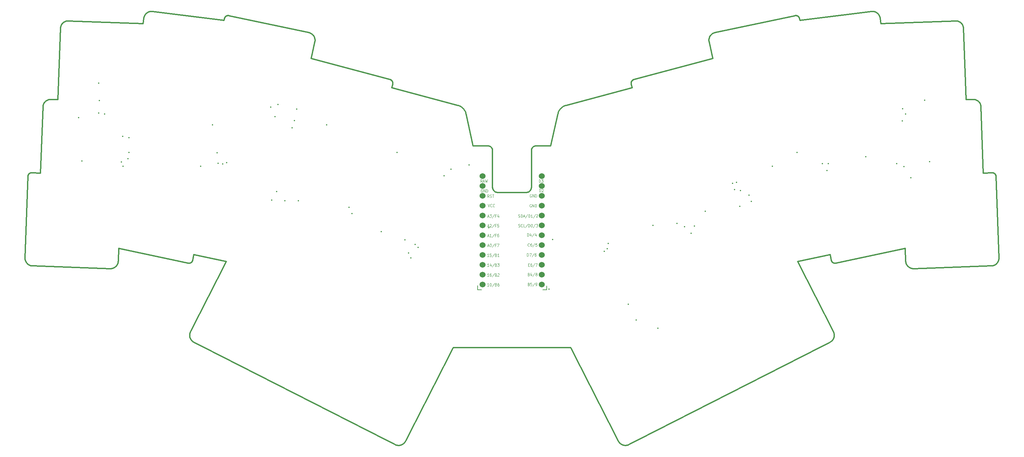
<source format=gto>
%TF.GenerationSoftware,KiCad,Pcbnew,(6.0.6)*%
%TF.CreationDate,2022-07-30T19:55:31+09:00*%
%TF.ProjectId,nowt36,6e6f7774-3336-42e6-9b69-6361645f7063,rev?*%
%TF.SameCoordinates,Original*%
%TF.FileFunction,Legend,Top*%
%TF.FilePolarity,Positive*%
%FSLAX46Y46*%
G04 Gerber Fmt 4.6, Leading zero omitted, Abs format (unit mm)*
G04 Created by KiCad (PCBNEW (6.0.6)) date 2022-07-30 19:55:31*
%MOMM*%
%LPD*%
G01*
G04 APERTURE LIST*
%TA.AperFunction,Profile*%
%ADD10C,0.349999*%
%TD*%
%ADD11C,0.125000*%
%ADD12C,0.150000*%
%ADD13C,1.524000*%
%ADD14C,0.350000*%
%ADD15C,1.900000*%
%ADD16C,3.000000*%
%ADD17C,4.100000*%
%ADD18C,4.300000*%
%ADD19C,2.000000*%
G04 APERTURE END LIST*
D10*
X231234357Y-33601038D02*
X231189263Y-33584031D01*
X162965635Y-67745991D02*
X162939532Y-67797881D01*
X74939909Y-115390959D02*
X74915741Y-115485825D01*
X62893799Y-35573194D02*
X62893799Y-35573194D01*
X272551723Y-34968424D02*
X272456697Y-34945597D01*
X273249963Y-35310735D02*
X273170259Y-35253001D01*
X240322181Y-97099864D02*
X240359833Y-97131549D01*
X74892805Y-116262433D02*
X74911448Y-116359066D01*
X63415421Y-33305833D02*
X63361074Y-33386043D01*
X74896274Y-115581594D02*
X74881522Y-115678091D01*
X240899177Y-97347156D02*
X240947952Y-97350146D01*
X162994273Y-67695381D02*
X162965635Y-67745991D01*
X250362275Y-32481264D02*
X231928178Y-34744685D01*
X38771067Y-55165734D02*
X38674865Y-55183912D01*
X152555740Y-67552186D02*
X152517364Y-67507667D01*
X163058992Y-67598388D02*
X163025405Y-67646147D01*
X32507888Y-96278571D02*
X32521371Y-96375768D01*
X161480439Y-79116764D02*
X157825364Y-79116787D01*
X209019959Y-38554463D02*
X208958401Y-38628248D01*
X283154359Y-95982654D02*
X282421540Y-74995426D01*
X252591096Y-34222617D02*
X252591096Y-34222617D01*
X240006562Y-96558681D02*
X240006562Y-96558681D01*
X128683749Y-144308759D02*
X128780234Y-144303889D01*
X277347157Y-55302448D02*
X277256627Y-55266065D01*
X152825364Y-68306404D02*
X152825364Y-68306404D01*
X282742351Y-97269969D02*
X282799049Y-97192391D01*
X153174768Y-78676162D02*
X153132495Y-78627362D01*
X163133366Y-67507685D02*
X163094992Y-67552201D01*
X278180524Y-55972426D02*
X278121326Y-55894162D01*
X42048180Y-35655759D02*
X41988977Y-35734023D01*
X75080841Y-97260670D02*
X75125099Y-97239161D01*
X152832310Y-77909374D02*
X152827115Y-77841072D01*
X241143897Y-97338070D02*
X241192658Y-97328960D01*
X63361074Y-33386043D02*
X63310524Y-33469093D01*
X42480257Y-35252908D02*
X42400542Y-35310641D01*
X33328116Y-97676741D02*
X33408998Y-97731899D01*
X208559243Y-39494983D02*
X208543098Y-39591267D01*
X129158799Y-144238691D02*
X129250752Y-144211236D01*
X75364475Y-97066419D02*
X75398657Y-97031383D01*
X171204047Y-56879943D02*
X171024936Y-56978460D01*
X106169495Y-44588617D02*
X106169495Y-44588617D01*
X41691671Y-36346175D02*
X41666814Y-36440874D01*
X63667986Y-33015585D02*
X63599848Y-33083339D01*
X126420869Y-50014765D02*
X126420869Y-50014765D01*
X153132495Y-78627362D02*
X153092568Y-78576555D01*
X84747788Y-33529075D02*
X84698572Y-33532391D01*
X33229363Y-74995464D02*
X32496293Y-95982632D01*
X273716630Y-35814987D02*
X273661470Y-35734108D01*
X126880089Y-50284681D02*
X126845231Y-50250437D01*
X240754754Y-97324020D02*
X240802491Y-97334077D01*
X260840195Y-98724348D02*
X260937402Y-98737818D01*
X84206650Y-33716811D02*
X84168363Y-33745767D01*
X147836175Y-67119224D02*
X147836175Y-67119224D01*
X162783022Y-78107946D02*
X162764899Y-78171767D01*
X56379670Y-97398681D02*
X56409073Y-97305477D01*
X40973115Y-55203873D02*
X40973115Y-55203873D01*
X282852036Y-97112082D02*
X282901192Y-97029171D01*
X240611776Y-115116950D02*
X240567368Y-115024067D01*
X33408998Y-97731899D02*
X33492338Y-97782949D01*
X170690799Y-57209422D02*
X170536761Y-57340835D01*
X41646581Y-36536900D02*
X41631046Y-36634091D01*
X157825364Y-79116787D02*
X157825364Y-79116787D01*
X42912965Y-35027686D02*
X42822427Y-35064064D01*
X259305047Y-97490310D02*
X259343337Y-97580057D01*
X281626843Y-97996525D02*
X281722763Y-97970827D01*
X281997955Y-97866951D02*
X282085093Y-97823831D01*
X55278476Y-98587565D02*
X55367173Y-98546787D01*
X83812760Y-34320466D02*
X83722550Y-34744685D01*
X37730256Y-55676670D02*
X37730256Y-55676670D01*
X278376225Y-56310055D02*
X278333611Y-56222284D01*
X152433877Y-67424235D02*
X152389333Y-67385889D01*
X283108877Y-96484365D02*
X283127818Y-96386885D01*
X240047978Y-96700856D02*
X240066274Y-96746381D01*
X208523308Y-39886428D02*
X208526582Y-39986421D01*
X276782306Y-55152244D02*
X276684271Y-55143534D01*
X282169732Y-97776681D02*
X282251751Y-97725630D01*
X39065009Y-55139685D02*
X38966305Y-55143559D01*
X37101287Y-56970629D02*
X37095368Y-57069666D01*
X75171243Y-116995091D02*
X75225197Y-117076576D01*
X55700310Y-98340973D02*
X55777351Y-98279154D01*
X37112051Y-56872436D02*
X37101287Y-56970629D01*
X63739221Y-32951218D02*
X63667986Y-33015585D01*
X127073265Y-50568746D02*
X127051813Y-50524261D01*
X75282999Y-117155240D02*
X75344535Y-117230950D01*
X241192658Y-97328960D02*
X259049653Y-93533287D01*
X282231358Y-74442666D02*
X282202130Y-74404459D01*
X127051813Y-50524261D02*
X127028084Y-50480701D01*
X240109300Y-96834194D02*
X240133930Y-96876336D01*
X42822427Y-35064064D02*
X42733720Y-35104838D01*
X129766875Y-143957030D02*
X129845385Y-143900262D01*
X230753045Y-33534020D02*
X230702568Y-33540801D01*
X273401215Y-35438393D02*
X273327004Y-35372553D01*
X130256010Y-143478241D02*
X130312797Y-143394848D01*
X171583881Y-56719420D02*
X171390526Y-56793424D01*
X43193912Y-34945545D02*
X43098874Y-34968364D01*
X144260240Y-56793450D02*
X144066893Y-56719442D01*
X129845385Y-143900262D02*
X129921300Y-143839525D01*
X75948380Y-95127460D02*
X84315011Y-96905849D01*
X33619889Y-74237023D02*
X33582536Y-74267170D01*
X74881522Y-115678091D02*
X74871499Y-115775138D01*
X153587232Y-78984165D02*
X153529240Y-78954464D01*
X37127586Y-56775246D02*
X37112051Y-56872436D01*
X145258660Y-57482215D02*
X145113973Y-57340869D01*
X33546679Y-74299050D02*
X33512383Y-74332603D01*
X37202085Y-56491320D02*
X37172677Y-56584527D01*
X250667391Y-32467018D02*
X250566496Y-32466592D01*
X276486359Y-55140665D02*
X274677613Y-55203873D01*
X208534952Y-40086970D02*
X208548515Y-40187924D01*
X107048711Y-39318940D02*
X107019338Y-39225729D01*
X153707883Y-79035179D02*
X153646807Y-79011098D01*
X129994448Y-143774875D02*
X130064663Y-143706367D01*
X63263913Y-33554874D02*
X63221379Y-33643277D01*
X107114900Y-40093746D02*
X107123339Y-39995692D01*
X189002232Y-50107010D02*
X188960133Y-50131818D01*
X64136961Y-32684023D02*
X64052338Y-32729812D01*
X189090071Y-50063597D02*
X189045569Y-50084252D01*
X162809867Y-77976648D02*
X162798040Y-78042878D01*
X32966544Y-97342282D02*
X33032387Y-97416492D01*
X32499173Y-96180538D02*
X32507888Y-96278571D01*
X259385956Y-97667831D02*
X259432833Y-97753470D01*
X240802491Y-97334077D02*
X240850661Y-97341794D01*
X187652731Y-144205891D02*
X187745267Y-144172371D01*
X239783896Y-117665017D02*
X239870887Y-117612023D01*
X75344535Y-117230950D02*
X75409687Y-117303570D01*
X151634965Y-67116760D02*
X151634965Y-67116760D01*
X260555245Y-98655952D02*
X260648950Y-98683353D01*
X187925858Y-144091366D02*
X239693375Y-117714062D01*
X189229874Y-50014791D02*
X189182295Y-50028812D01*
X281992172Y-74208657D02*
X281952021Y-74182163D01*
X106804406Y-38784022D02*
X106804406Y-38784022D01*
X37414808Y-56053271D02*
X37363751Y-56136611D01*
X33698820Y-74182173D02*
X33658672Y-74208671D01*
X84287110Y-33664558D02*
X84246257Y-33689725D01*
X251337900Y-32604675D02*
X251246924Y-32571346D01*
X38393929Y-55266057D02*
X38303394Y-55302436D01*
X240315657Y-117220587D02*
X240376409Y-117144680D01*
X231143295Y-33569185D02*
X231096528Y-33556548D01*
X63059655Y-34222617D02*
X63059655Y-34222617D01*
X33343011Y-74565663D02*
X33321457Y-74609231D01*
X145734073Y-58136595D02*
X145631708Y-57960683D01*
X106415091Y-38343276D02*
X106338897Y-38282252D01*
X55851563Y-98213314D02*
X55922422Y-98143878D01*
X107101590Y-40191619D02*
X107114900Y-40093746D01*
X273857163Y-36071725D02*
X273814550Y-35983958D01*
X240219684Y-96994822D02*
X240252057Y-97031427D01*
X64496626Y-32542399D02*
X64403814Y-32571356D01*
X153314811Y-78809675D02*
X153266010Y-78767403D01*
X106259863Y-38225049D02*
X106178133Y-38171766D01*
X33740270Y-74157591D02*
X33698820Y-74182173D01*
X272360503Y-34927412D02*
X272263308Y-34913933D01*
X209722011Y-38040570D02*
X209632009Y-38082532D01*
X187925858Y-144091366D02*
X187925858Y-144091366D01*
X75431029Y-96994780D02*
X75461542Y-96956683D01*
X186784572Y-144295574D02*
X186882053Y-144304620D01*
X185794637Y-143891380D02*
X185873296Y-143949198D01*
X241192658Y-97328960D02*
X241192658Y-97328960D01*
X252177321Y-33228563D02*
X252115798Y-33154362D01*
X56454156Y-97114767D02*
X56469688Y-97017582D01*
X273895447Y-36161466D02*
X273857163Y-36071725D01*
X43387322Y-34913900D02*
X43290117Y-34927369D01*
X230853315Y-33528200D02*
X230803319Y-33529836D01*
X41793255Y-36071660D02*
X41754965Y-36161407D01*
X281539941Y-74037179D02*
X281489710Y-74032565D01*
X145113973Y-57340869D02*
X144959941Y-57209456D01*
X281387360Y-74030964D02*
X281387360Y-74030964D01*
X231049036Y-33546169D02*
X231000895Y-33538097D01*
X56601067Y-93533287D02*
X56601067Y-93533287D01*
X282799049Y-97192391D02*
X282852036Y-97112082D01*
X152036279Y-67186216D02*
X151981122Y-67167998D01*
X144625817Y-56978490D02*
X144446713Y-56879971D01*
X187368291Y-144278351D02*
X187464067Y-144258894D01*
X32846985Y-97185538D02*
X32904723Y-97265242D01*
X282068313Y-74267151D02*
X282030957Y-74237007D01*
X56486367Y-96820362D02*
X56486367Y-96820362D01*
X272737609Y-35027760D02*
X272645416Y-34995833D01*
X106338897Y-38282252D02*
X106259863Y-38225049D01*
X33419505Y-74442695D02*
X33392100Y-74482334D01*
X240525627Y-97239217D02*
X240569887Y-97260726D01*
X252429370Y-33643271D02*
X252386836Y-33554867D01*
X106748329Y-38702186D02*
X106688533Y-38623567D01*
X188805510Y-50250462D02*
X188770651Y-50284706D01*
X162595672Y-78523788D02*
X162558175Y-78576517D01*
X162825364Y-77771831D02*
X162823614Y-77841040D01*
X74989804Y-97296898D02*
X75035714Y-97279921D01*
X74915741Y-115485825D02*
X74896274Y-115581594D01*
X145968295Y-58706368D02*
X145902861Y-58509953D01*
X152476655Y-67464916D02*
X152433877Y-67424235D01*
X107109021Y-39605170D02*
X107093585Y-39508835D01*
X126605174Y-50084226D02*
X126560671Y-50063571D01*
X231680219Y-33956068D02*
X231651421Y-33916904D01*
X74996212Y-116643651D02*
X75033621Y-116735067D01*
X271967377Y-34902346D02*
X271967377Y-34902346D01*
X240440064Y-97189487D02*
X240482323Y-97215465D01*
X163307607Y-67349940D02*
X163261395Y-67385910D01*
X209632009Y-38082532D02*
X209544780Y-38128627D01*
X163560275Y-67207119D02*
X163507186Y-67230611D01*
X34212005Y-74030447D02*
X34161123Y-74032543D01*
X33269534Y-74746822D02*
X33256690Y-74794780D01*
X33366581Y-74523344D02*
X33343011Y-74565663D01*
X64983344Y-32467023D02*
X64883446Y-32472478D01*
X126690610Y-50131793D02*
X126648510Y-50106985D01*
X186214792Y-144140836D02*
X186306206Y-144178261D01*
X186399766Y-144211262D02*
X186399766Y-144211262D01*
X153529240Y-78954464D02*
X153472918Y-78922080D01*
X188705980Y-50358317D02*
X188676310Y-50397575D01*
X33665744Y-97872427D02*
X33755488Y-97910708D01*
X231189263Y-33584031D02*
X231143295Y-33569185D01*
X188919340Y-50158621D02*
X188879925Y-50187365D01*
X55989466Y-98071339D02*
X56052622Y-97995857D01*
X126468448Y-50028786D02*
X126420869Y-50014765D01*
X105734185Y-37967685D02*
X105639359Y-37940038D01*
X75704169Y-117560454D02*
X75785681Y-117615601D01*
X151981122Y-67167998D02*
X151925078Y-67152478D01*
X83918561Y-34038952D02*
X83895515Y-34082566D01*
X152867712Y-78107981D02*
X152852693Y-78042913D01*
X240567368Y-115024067D02*
X231335725Y-96905849D01*
X55187948Y-98623949D02*
X55278476Y-98587565D01*
X278414510Y-56399798D02*
X278376225Y-56310055D01*
X37469974Y-55972389D02*
X37414808Y-56053271D01*
X259164445Y-96820385D02*
X259164445Y-96820385D01*
X153055070Y-78523825D02*
X153020086Y-78469257D01*
X151868244Y-67139697D02*
X151810718Y-67129694D01*
X84948176Y-33540807D02*
X84897700Y-33534028D01*
X75870119Y-117666848D02*
X75957368Y-117714062D01*
X130131774Y-143634055D02*
X130195613Y-143557995D01*
X161880379Y-79056294D02*
X161816557Y-79074418D01*
X152656465Y-67695372D02*
X152625331Y-67646136D01*
X151693981Y-67118185D02*
X151634965Y-67116760D01*
X187174737Y-144303102D02*
X187271788Y-144293091D01*
X240947952Y-97350146D02*
X240996899Y-97350749D01*
X188489236Y-50947446D02*
X188488803Y-50996309D01*
X185576934Y-143695993D02*
X185646321Y-143764662D01*
X277435855Y-55343226D02*
X277347157Y-55302448D01*
X54713638Y-98737776D02*
X54810835Y-98724296D01*
X33940247Y-97973988D02*
X34034940Y-97998839D01*
X74943198Y-97311585D02*
X74989804Y-97296898D01*
X188526894Y-50706906D02*
X188514668Y-50754217D01*
X170132695Y-57792605D02*
X170019004Y-57960651D01*
X208900488Y-38704823D02*
X208846316Y-38784040D01*
X153418349Y-78887098D02*
X153365619Y-78849601D01*
X33392100Y-74482334D02*
X33366581Y-74523344D01*
X126770816Y-50187340D02*
X126731402Y-50158596D01*
X56052622Y-97995857D02*
X56111817Y-97917596D01*
X147836175Y-67119224D02*
X146020432Y-58908584D01*
X127028084Y-50480701D02*
X127028084Y-50480701D01*
X161942870Y-79035149D02*
X161880379Y-79056294D01*
X281328213Y-98045016D02*
X281429447Y-98033749D01*
X282171146Y-74367743D02*
X282138472Y-74332580D01*
X84329134Y-33641358D02*
X84287110Y-33664558D01*
X33284653Y-74699871D02*
X33269534Y-74746822D01*
X38303394Y-55302436D02*
X38214690Y-55343210D01*
X106903863Y-38955138D02*
X106856360Y-38868536D01*
X55851563Y-98213314D02*
X55851563Y-98213314D01*
X185646321Y-143764662D02*
X185718934Y-143829830D01*
X186038942Y-144053174D02*
X186125659Y-144099102D01*
X64687202Y-32498038D02*
X64591135Y-32517923D01*
X251911522Y-32951207D02*
X251837329Y-32890336D01*
X189229874Y-50014791D02*
X189229874Y-50014791D01*
X252555926Y-34020912D02*
X252531104Y-33923116D01*
X84554226Y-33556563D02*
X84507460Y-33569200D01*
X208531663Y-39688701D02*
X208525034Y-39787138D01*
X272263308Y-34913933D02*
X272165278Y-34905220D01*
X56601067Y-93533287D02*
X74458100Y-97328915D01*
X153472918Y-78922080D02*
X153418349Y-78887098D01*
X278333611Y-56222284D02*
X278286740Y-56136648D01*
X74895985Y-97323964D02*
X74943198Y-97311585D01*
X38486130Y-55234136D02*
X38393929Y-55266057D01*
X162003945Y-79011067D02*
X161942870Y-79035149D01*
X74848251Y-97334021D02*
X74895985Y-97323964D01*
X37881523Y-55549014D02*
X37804475Y-55610831D01*
X37316877Y-56222247D02*
X37274258Y-56310019D01*
X186687426Y-144281729D02*
X186784572Y-144295574D01*
X142703004Y-119099964D02*
X142703004Y-119099964D01*
X54417702Y-98749363D02*
X54516906Y-98750371D01*
X75121252Y-116910921D02*
X75171243Y-116995091D01*
X75516787Y-96876301D02*
X75541418Y-96834162D01*
X145393508Y-57632977D02*
X145258660Y-57482215D01*
X152343120Y-67349917D02*
X152295337Y-67316360D01*
X231838013Y-34320467D02*
X231826042Y-34270403D01*
X240110140Y-117431035D02*
X240182467Y-117363933D01*
X272916830Y-35104922D02*
X272828135Y-35064144D01*
X281438828Y-74030474D02*
X281387360Y-74030964D01*
X152625331Y-67646136D02*
X152591743Y-67598375D01*
X55002059Y-98683284D02*
X55095753Y-98655876D01*
X128006639Y-144208691D02*
X128102370Y-144237744D01*
X259799348Y-98213421D02*
X259799348Y-98213421D01*
X231776241Y-34127561D02*
X231755260Y-34082560D01*
X172947724Y-119099964D02*
X172947724Y-119099964D01*
X41933809Y-35814907D02*
X41882750Y-35898249D01*
X64784686Y-32482853D02*
X64687202Y-32498038D01*
X282331029Y-97670808D02*
X282407445Y-97612345D01*
X33964752Y-74065532D02*
X33917774Y-74079628D01*
X41614365Y-36831327D02*
X40973115Y-55203873D01*
X240399144Y-97161448D02*
X240440064Y-97189487D01*
X276585567Y-55139653D02*
X276486359Y-55140665D01*
X162848461Y-68073107D02*
X162838419Y-68130624D01*
X164015748Y-67116787D02*
X163956734Y-67118212D01*
X152195450Y-67256653D02*
X152143540Y-67230584D01*
X153834198Y-79074447D02*
X153770375Y-79056323D01*
X152825364Y-77771862D02*
X152825364Y-68306404D01*
X39164216Y-55140703D02*
X39164216Y-55140703D01*
X281952021Y-74182163D02*
X281910570Y-74157583D01*
X83855694Y-34173905D02*
X83839068Y-34221533D01*
X240485955Y-116985243D02*
X240534638Y-116902051D01*
X169916635Y-58136564D02*
X169826083Y-58319829D01*
X74555796Y-97344679D02*
X74604823Y-97348898D01*
X157825364Y-119099964D02*
X172947724Y-119099964D01*
X37235970Y-56399763D02*
X37202085Y-56491320D01*
X162876839Y-67960252D02*
X162861282Y-68016284D01*
X153646807Y-79011098D02*
X153587232Y-78984165D01*
X187077312Y-144308370D02*
X187174737Y-144303102D01*
X252575970Y-34120782D02*
X252555926Y-34020912D01*
X63119646Y-33923119D02*
X63094824Y-34020914D01*
X55777351Y-98279154D02*
X55851563Y-98213314D01*
X152987701Y-78412936D02*
X152957999Y-78354945D01*
X208707216Y-39036049D02*
X208668977Y-39124341D01*
X208525034Y-39787138D02*
X208523308Y-39886428D01*
X259164445Y-96820385D02*
X259170362Y-96919425D01*
X231404507Y-33689709D02*
X231363653Y-33664542D01*
X106985384Y-39133909D02*
X106946881Y-39043654D01*
X127127968Y-51239538D02*
X127127968Y-51239538D01*
X75251574Y-97161396D02*
X75290883Y-97131499D01*
X281824026Y-74114414D02*
X281779063Y-74095945D01*
X106856360Y-38868536D02*
X106804406Y-38784022D01*
X127817697Y-144135331D02*
X127911691Y-144174571D01*
X75461542Y-96956683D02*
X75490144Y-96917166D01*
X185283102Y-143304146D02*
X185334338Y-143388598D01*
X74458100Y-97328915D02*
X74506859Y-97338023D01*
X185334338Y-143388598D02*
X185389474Y-143470123D01*
X33512383Y-74332603D02*
X33479712Y-74367769D01*
X55095753Y-98655876D02*
X55187948Y-98623949D01*
X260937402Y-98737818D02*
X261035444Y-98746520D01*
X154101109Y-79115037D02*
X154032807Y-79109844D01*
X83812760Y-34320466D02*
X83812760Y-34320466D01*
X152755645Y-67905114D02*
X152734734Y-67850954D01*
X37730256Y-55676670D02*
X37659390Y-55746105D01*
X42178400Y-35507735D02*
X42111346Y-35580276D01*
X43584071Y-34901327D02*
X43485362Y-34905198D01*
X32621730Y-96752883D02*
X32658116Y-96843411D01*
X252340224Y-33469085D02*
X252289674Y-33386034D01*
X273539119Y-35580367D02*
X273472074Y-35507828D01*
X43098874Y-34968364D02*
X43005170Y-34995766D01*
X56409073Y-97305477D02*
X56433927Y-97210786D01*
X281529031Y-98017543D02*
X281626843Y-97996525D01*
X209481232Y-44588617D02*
X209481232Y-44588617D01*
X63890425Y-32833084D02*
X63813414Y-32890348D01*
X281816669Y-97940579D02*
X281908440Y-97905911D01*
X33101826Y-97487350D02*
X33174368Y-97554393D01*
X240687493Y-116550073D02*
X240714963Y-116458120D01*
X127724824Y-144090916D02*
X127724824Y-144090916D01*
X43485362Y-34905198D02*
X43387322Y-34913900D01*
X84649856Y-33538110D02*
X84601716Y-33546184D01*
X240182467Y-117363933D02*
X240250991Y-117293728D01*
X37147819Y-56679223D02*
X37127586Y-56775246D01*
X261233369Y-98749370D02*
X261233369Y-98749370D01*
X208846316Y-38784040D02*
X208795982Y-38865749D01*
X240160571Y-96917203D02*
X240189172Y-96956723D01*
X281910570Y-74157583D02*
X281867883Y-74134980D01*
X37529175Y-55894126D02*
X37469974Y-55972389D01*
X54615606Y-98746488D02*
X54713638Y-98737776D01*
X38579831Y-55206733D02*
X38486130Y-55234136D01*
X187836368Y-144134191D02*
X187925858Y-144091366D01*
X152711207Y-67797879D02*
X152685104Y-67745986D01*
X75083314Y-115024074D02*
X75083314Y-115024074D01*
X74458100Y-97328915D02*
X74458100Y-97328915D01*
X231732213Y-34038945D02*
X231707174Y-33996765D01*
X126420869Y-50014765D02*
X106169495Y-44588617D01*
X277164430Y-55234138D02*
X277070734Y-55206731D01*
X128295507Y-144280874D02*
X128392575Y-144295060D01*
X240359833Y-97131549D02*
X240399144Y-97161448D01*
X107083375Y-40289139D02*
X107101590Y-40191619D01*
X63599848Y-33083339D02*
X63534948Y-33154372D01*
X33032387Y-97416492D02*
X33101826Y-97487350D01*
X188770651Y-50284706D02*
X188737451Y-50320676D01*
X240619551Y-116729566D02*
X240655671Y-116640611D01*
X41882750Y-35898249D02*
X41835874Y-35983887D01*
X64591135Y-32517923D02*
X64496626Y-32542399D01*
X259196661Y-97114814D02*
X259216894Y-97210841D01*
X38043445Y-55437695D02*
X37961236Y-55491281D01*
X281722763Y-97970827D02*
X281816669Y-97940579D01*
X152789456Y-68016298D02*
X152773899Y-67960261D01*
X240655671Y-116640611D02*
X240687493Y-116550073D01*
X128586865Y-144308947D02*
X128683749Y-144308759D01*
X127127968Y-51239538D02*
X127139617Y-51191322D01*
X278549170Y-56970653D02*
X278538410Y-56872462D01*
X74878974Y-116165289D02*
X74892805Y-116262433D01*
X126515073Y-50045073D02*
X126468448Y-50028786D01*
X107123339Y-39995692D02*
X107126938Y-39897634D01*
X241045931Y-97348948D02*
X241094959Y-97344727D01*
X252115798Y-33154362D02*
X252050897Y-33083329D01*
X84315011Y-96905849D02*
X84315011Y-96905849D01*
X75632654Y-96606914D02*
X75644166Y-96558666D01*
X239954295Y-117555248D02*
X240034065Y-117494863D01*
X261233369Y-98749370D02*
X281225449Y-98051212D01*
X152840864Y-77976682D02*
X152832310Y-77909374D01*
X170019004Y-57960651D02*
X169916635Y-58136564D01*
X163025405Y-67646147D02*
X162994273Y-67695381D01*
X56111817Y-97917596D02*
X56166976Y-97836715D01*
X185389474Y-143470123D02*
X185448375Y-143548608D01*
X282030957Y-74237007D02*
X281992172Y-74208657D01*
X259799348Y-98213421D02*
X259873568Y-98279261D01*
X231335725Y-96905849D02*
X231335725Y-96905849D01*
X127158682Y-50898691D02*
X127153497Y-50850185D01*
X75644166Y-96558666D02*
X75948380Y-95127460D01*
X127148825Y-51142800D02*
X127155606Y-51094061D01*
X240785102Y-115983061D02*
X240785304Y-115886173D01*
X208605272Y-39306466D02*
X208580000Y-39400000D01*
X39164216Y-55140703D02*
X39065009Y-55139685D01*
X277991120Y-55746139D02*
X277920258Y-55676702D01*
X41614365Y-36831327D02*
X41614365Y-36831327D01*
X188879925Y-50187365D02*
X188841959Y-50217997D01*
X273472074Y-35507828D02*
X273401215Y-35438393D01*
X33229363Y-74995464D02*
X33229363Y-74995464D01*
X127139617Y-51191322D02*
X127148825Y-51142800D01*
X188490763Y-51045219D02*
X188495128Y-51094087D01*
X75785681Y-117615601D02*
X75870119Y-117666848D01*
X240567368Y-115024067D02*
X240567368Y-115024067D01*
X42249268Y-35438299D02*
X42249268Y-35438299D01*
X84315011Y-96905849D02*
X75083314Y-115024074D01*
X84372256Y-33620174D02*
X84329134Y-33641358D01*
X84168363Y-33745767D02*
X84131472Y-33776546D01*
X271967377Y-34902346D02*
X252756928Y-35573194D01*
X54417702Y-98749363D02*
X54417702Y-98749363D01*
X56469688Y-97017582D02*
X56480450Y-96919393D01*
X274036027Y-36831331D02*
X274036027Y-36831331D01*
X154170319Y-79116787D02*
X154170319Y-79116787D01*
X186125659Y-144099102D02*
X186214792Y-144140836D01*
X54810835Y-98724296D02*
X54907031Y-98706112D01*
X230651963Y-33550227D02*
X210107819Y-37917020D01*
X83722550Y-34744685D02*
X83722550Y-34744685D01*
X170257214Y-57632943D02*
X170132695Y-57792605D01*
X162826830Y-68247349D02*
X162825364Y-68306362D01*
X188501910Y-51142827D02*
X188511119Y-51191348D01*
X162121510Y-78954432D02*
X162063520Y-78984133D01*
X32496293Y-95982632D02*
X32495287Y-96081836D01*
X169826083Y-58319829D02*
X169747841Y-58509928D01*
X106488298Y-38408020D02*
X106415091Y-38343276D01*
X33256690Y-74794780D02*
X33246186Y-74843684D01*
X239702347Y-95127460D02*
X239702347Y-95127460D01*
X129341292Y-144179429D02*
X129430249Y-144143324D01*
X281867883Y-74134980D02*
X281824026Y-74114414D01*
X272645416Y-34995833D02*
X272551723Y-34968424D01*
X74800083Y-97341740D02*
X74848251Y-97334021D01*
X33782955Y-74134985D02*
X33740270Y-74157591D01*
X185954776Y-144003167D02*
X186038942Y-144053174D01*
X188522767Y-51239565D02*
X188522767Y-51239565D01*
X240738192Y-115498001D02*
X240714160Y-115401648D01*
X55620605Y-98398708D02*
X55700310Y-98340973D01*
X75075340Y-116824202D02*
X75121252Y-116910921D01*
X240579188Y-116816769D02*
X240619551Y-116729566D01*
X188541444Y-50660170D02*
X188526894Y-50706906D01*
X151810718Y-67129694D02*
X151752598Y-67122509D01*
X84897700Y-33534028D02*
X84847427Y-33529845D01*
X163898120Y-67122537D02*
X163840001Y-67129722D01*
X282946395Y-96943790D02*
X282987524Y-96856067D01*
X75948380Y-95127460D02*
X75948380Y-95127460D01*
X144797057Y-57088490D02*
X144625817Y-56978490D01*
X208634963Y-39214530D02*
X208605272Y-39306466D01*
X56166976Y-97836715D02*
X56218027Y-97753377D01*
X240850661Y-97341794D02*
X240899177Y-97347156D01*
X130195613Y-143557995D02*
X130256010Y-143478241D01*
X281489710Y-74032565D02*
X281438828Y-74030474D01*
X63473425Y-33228573D02*
X63415421Y-33305833D01*
X231278503Y-33620158D02*
X231234357Y-33601038D01*
X250362275Y-32481264D02*
X250362275Y-32481264D01*
X240250991Y-117293728D02*
X240315657Y-117220587D01*
X240482323Y-97215465D02*
X240525627Y-97239217D01*
X34061375Y-74044237D02*
X34012640Y-74053715D01*
X188841959Y-50217997D02*
X188805510Y-50250462D01*
X153365619Y-78849601D02*
X153314811Y-78809675D01*
X231755260Y-34082560D02*
X231732213Y-34038945D01*
X282394201Y-74794742D02*
X282381353Y-74746785D01*
X282901192Y-97029171D02*
X282946395Y-96943790D01*
X162431445Y-78722834D02*
X162384736Y-78767367D01*
X171024936Y-56978460D02*
X170853689Y-57088458D01*
X32562389Y-96566993D02*
X32589800Y-96660688D01*
X151634965Y-67116760D02*
X147836175Y-67119224D01*
X281429447Y-98033749D02*
X281529031Y-98017543D01*
X84998780Y-33550232D02*
X84948176Y-33540807D01*
X240189172Y-96956723D02*
X240219684Y-96994822D01*
X161617950Y-79109819D02*
X161549649Y-79115013D01*
X208548515Y-40187924D02*
X208567368Y-40289136D01*
X240006562Y-96558681D02*
X240018072Y-96606933D01*
X34326337Y-98045352D02*
X34425370Y-98051266D01*
X129517455Y-144102977D02*
X129602741Y-144058443D01*
X33448731Y-74404486D02*
X33419505Y-74442695D01*
X259181126Y-97017622D02*
X259196661Y-97114814D01*
X75584447Y-96746354D02*
X75602745Y-96700832D01*
X151925078Y-67152478D02*
X151868244Y-67139697D01*
X283085256Y-96580152D02*
X283108877Y-96484365D01*
X162630655Y-78469220D02*
X162595672Y-78523788D01*
X208958401Y-38628248D02*
X208900488Y-38704823D01*
X282480877Y-97550372D02*
X282551205Y-97485017D01*
X106946881Y-39043654D02*
X106903863Y-38955138D01*
X172947724Y-119099964D02*
X185235902Y-143216884D01*
X63149106Y-33827509D02*
X63119646Y-33923119D01*
X209460420Y-38178704D02*
X209379028Y-38232615D01*
X281225449Y-98051212D02*
X281225449Y-98051212D01*
X162861282Y-68016284D02*
X162848461Y-68073107D01*
X34263474Y-74030933D02*
X36500611Y-74109058D01*
X127028084Y-50480701D02*
X127002227Y-50438371D01*
X250963535Y-32498030D02*
X250866051Y-32482847D01*
X151752598Y-67122509D02*
X151693981Y-67118185D01*
X74751569Y-97347102D02*
X74800083Y-97341740D01*
X75550384Y-117439001D02*
X75625698Y-117501542D01*
X153092568Y-78576555D02*
X153055070Y-78523825D01*
X186979692Y-144308881D02*
X187077312Y-144308370D01*
X54516906Y-98750371D02*
X54615606Y-98746488D01*
X42323490Y-35372459D02*
X42249268Y-35438299D01*
X231096528Y-33556548D02*
X231049036Y-33546169D01*
X260372501Y-98587654D02*
X260463040Y-98624032D01*
X188492050Y-50898717D02*
X188489236Y-50947446D01*
X157825364Y-119099964D02*
X157825364Y-119099964D01*
X152957999Y-78354945D02*
X152931065Y-78295370D01*
X64403814Y-32571356D02*
X64312839Y-32604685D01*
X283151175Y-96187373D02*
X283155349Y-96085599D01*
X33238087Y-74893473D02*
X33232458Y-74944086D01*
X259598262Y-97995960D02*
X259661427Y-98071444D01*
X282284290Y-74523312D02*
X282258767Y-74482304D01*
X106804406Y-38784022D02*
X106748329Y-38702186D01*
X75625698Y-117501542D02*
X75704169Y-117560454D01*
X163956734Y-67118212D02*
X163898120Y-67122537D01*
X128392575Y-144295060D02*
X128489751Y-144304399D01*
X153965498Y-79101291D02*
X153899267Y-79089464D01*
X167814545Y-67119224D02*
X164015748Y-67116787D01*
X75125099Y-97239161D02*
X75168399Y-97215410D01*
X126560671Y-50063571D02*
X126515073Y-50045073D01*
X74963227Y-116550091D02*
X74963227Y-116550091D01*
X32793394Y-97103337D02*
X32846985Y-97185538D01*
X188648510Y-50438396D02*
X188622651Y-50480726D01*
X41754965Y-36161407D02*
X41721080Y-36252966D01*
X279150117Y-74109058D02*
X278555085Y-57069687D01*
X62893799Y-35573194D02*
X43683282Y-34902348D01*
X105918239Y-38036449D02*
X105827194Y-37999855D01*
X74934917Y-116455011D02*
X74963227Y-116550091D01*
X34228147Y-98034595D02*
X34326337Y-98045352D01*
X278235686Y-56053308D02*
X278180524Y-55972426D01*
X187271788Y-144293091D02*
X187368291Y-144278351D01*
X41631046Y-36634091D02*
X41620283Y-36732288D01*
X186590791Y-144263071D02*
X186687426Y-144281729D01*
X130064663Y-143706367D02*
X130131774Y-143634055D01*
X84698572Y-33532391D02*
X84649856Y-33538110D01*
X75618831Y-96654327D02*
X75632654Y-96606914D01*
X32539558Y-96471965D02*
X32562389Y-96566993D01*
X210107819Y-37917020D02*
X210107819Y-37917020D01*
X282418443Y-74944048D02*
X282412810Y-74893434D01*
X209300700Y-38290212D02*
X209225532Y-38351343D01*
X55538403Y-98452296D02*
X55620605Y-98398708D01*
X154170319Y-79116787D02*
X154101109Y-79115037D01*
X105542863Y-37917016D02*
X84998780Y-33550232D01*
X231321626Y-33641342D02*
X231278503Y-33620158D01*
X273327004Y-35372553D02*
X273249963Y-35310735D01*
X41666814Y-36440874D02*
X41646581Y-36536900D01*
X231519295Y-33776532D02*
X231482403Y-33745753D01*
X259049653Y-93533287D02*
X259049653Y-93533287D01*
X130365805Y-143307871D02*
X130414864Y-143217365D01*
X281225449Y-98051212D02*
X281328213Y-98045016D01*
X282329421Y-74609196D02*
X282307863Y-74565629D01*
X208526582Y-39986421D02*
X208534952Y-40086970D01*
X127145954Y-50801989D02*
X127136064Y-50754192D01*
X75478342Y-117372965D02*
X75550384Y-117439001D01*
X260648950Y-98683353D02*
X260743989Y-98706173D01*
X34012640Y-74053715D02*
X33964752Y-74065532D01*
X127724824Y-144090916D02*
X127817697Y-144135331D01*
X128876150Y-144294392D02*
X128971329Y-144280324D01*
X145902861Y-58509953D02*
X145824622Y-58319857D01*
X278555085Y-57069687D02*
X278555085Y-57069687D01*
X188737451Y-50320676D02*
X188705980Y-50358317D01*
X64312839Y-32604685D02*
X64223841Y-32642277D01*
X56218027Y-97753377D02*
X56264895Y-97667743D01*
X128971329Y-144280324D02*
X129065602Y-144261738D01*
X145824622Y-58319857D02*
X145734073Y-58136595D01*
X74865695Y-115970174D02*
X74869942Y-116067810D01*
X126974428Y-50397550D02*
X126944759Y-50358292D01*
X83722550Y-34744685D02*
X65288460Y-32481264D01*
X283057076Y-96674119D02*
X283085256Y-96580152D01*
X145631708Y-57960683D02*
X145518022Y-57792638D01*
X145518022Y-57792638D02*
X145393508Y-57632977D01*
X129685937Y-144009775D02*
X129766875Y-143957030D01*
X126808783Y-50217972D02*
X126770816Y-50187340D01*
X272828135Y-35064144D02*
X272737609Y-35027760D01*
X74866219Y-115872558D02*
X74865695Y-115970174D01*
X273814550Y-35983958D02*
X273767681Y-35898324D01*
X127136064Y-50754192D02*
X127123838Y-50706881D01*
X162518249Y-78627325D02*
X162475977Y-78676125D01*
X38127985Y-55388317D02*
X38043445Y-55437695D01*
X164015748Y-67116787D02*
X164015748Y-67116787D01*
X126731402Y-50158596D02*
X126690610Y-50131793D01*
X277256627Y-55266065D02*
X277164430Y-55234138D01*
X209909949Y-37969637D02*
X209814691Y-38002888D01*
X74604823Y-97348898D02*
X74653852Y-97350698D01*
X185235902Y-143216884D02*
X185283102Y-143304146D01*
X282104172Y-74299029D02*
X282068313Y-74267151D01*
X239693375Y-117714062D02*
X239693375Y-117714062D01*
X162063520Y-78984133D02*
X162003945Y-79011067D01*
X152823901Y-68247385D02*
X152819538Y-68188767D01*
X239702347Y-95127460D02*
X240006562Y-96558681D01*
X240738025Y-116364922D02*
X240756625Y-116270649D01*
X163614446Y-67186244D02*
X163560275Y-67207119D01*
X162825364Y-77771831D02*
X162825364Y-77771831D01*
X208795982Y-38865749D02*
X208749583Y-38949802D01*
X34263474Y-74030933D02*
X34212005Y-74030447D01*
X34263474Y-74030933D02*
X34263474Y-74030933D01*
X84029916Y-33879331D02*
X83999351Y-33916914D01*
X169682403Y-58706346D02*
X169630265Y-58908565D01*
X277689293Y-55491307D02*
X277607089Y-55437717D01*
X38674865Y-55183912D02*
X38579831Y-55206733D01*
X282307863Y-74565629D02*
X282284290Y-74523312D01*
X157825364Y-79116787D02*
X154170319Y-79116787D01*
X43005170Y-34995766D02*
X42912965Y-35027686D01*
X250866051Y-32482847D02*
X250767289Y-32472473D01*
X143867165Y-56658464D02*
X126893700Y-52113829D01*
X75957368Y-117714062D02*
X75957368Y-117714062D01*
X129602741Y-144058443D02*
X129685937Y-144009775D01*
X163094992Y-67552201D02*
X163058992Y-67598388D01*
X252467686Y-33734186D02*
X252429370Y-33643271D01*
X32698897Y-96932107D02*
X32744010Y-97018804D01*
X162823614Y-77841040D02*
X162818420Y-77909340D01*
X37095368Y-57069666D02*
X37095368Y-57069666D01*
X37961236Y-55491281D02*
X37881523Y-55549014D01*
X231444116Y-33716796D02*
X231404507Y-33689709D01*
X56345790Y-97490234D02*
X56379670Y-97398681D01*
X127161931Y-50996283D02*
X127161497Y-50947420D01*
X75409687Y-117303570D02*
X75478342Y-117372965D01*
X84601716Y-33546184D02*
X84554226Y-33556563D01*
X188522767Y-51239565D02*
X188757020Y-52113829D01*
X106558372Y-38476384D02*
X106488298Y-38408020D01*
X153266010Y-78767403D02*
X153219301Y-78722871D01*
X282085093Y-97823831D02*
X282169732Y-97776681D01*
X128102370Y-144237744D02*
X128198715Y-144261787D01*
X209153621Y-38415862D02*
X209085065Y-38483618D01*
X152812316Y-68130648D02*
X152802275Y-68073126D01*
X260743989Y-98706173D02*
X260840195Y-98724348D01*
X240376409Y-117144680D02*
X240433193Y-117066175D01*
X152819538Y-68188767D02*
X152812316Y-68130648D01*
X33492338Y-97782949D02*
X33577974Y-97829816D01*
X161816557Y-79074418D02*
X161751488Y-79089437D01*
X105827194Y-37999855D02*
X105734185Y-37967685D01*
X146020432Y-58908584D02*
X145968295Y-58706368D01*
X33032387Y-97416492D02*
X33032387Y-97416492D01*
X41620283Y-36732288D02*
X41614365Y-36831327D01*
X276975703Y-55183904D02*
X276879505Y-55165721D01*
X33577974Y-97829816D02*
X33665744Y-97872427D01*
X126944759Y-50358292D02*
X126913289Y-50320651D01*
X161685258Y-79101265D02*
X161617950Y-79109819D01*
X188757020Y-52113829D02*
X188757020Y-52113829D01*
X230952178Y-33532379D02*
X230902959Y-33529064D01*
X240780219Y-116079549D02*
X240785102Y-115983061D01*
X127109289Y-50660144D02*
X127092427Y-50614070D01*
X75210656Y-97189434D02*
X75251574Y-97161396D01*
X34110891Y-74037159D02*
X34061375Y-74044237D01*
X163261395Y-67385910D02*
X163216851Y-67424256D01*
X107073471Y-39413367D02*
X107048711Y-39318940D01*
X33847042Y-97944586D02*
X33940247Y-97973988D01*
X74963227Y-116550091D02*
X74996212Y-116643651D01*
X152827115Y-77841072D02*
X152825364Y-77771862D01*
X208567368Y-40289136D02*
X208567368Y-40289136D01*
X162831195Y-68188737D02*
X162826830Y-68247349D01*
X56307507Y-97579975D02*
X56345790Y-97490234D01*
X163216851Y-67424256D02*
X163174073Y-67464935D01*
X240066274Y-96746381D02*
X240086731Y-96790852D01*
X274677613Y-55203873D02*
X274677613Y-55203873D01*
X75644166Y-96558666D02*
X75644166Y-96558666D01*
X209481232Y-44588617D02*
X189229874Y-50014791D01*
X251154112Y-32542389D02*
X251059602Y-32517914D01*
X161751488Y-79089437D02*
X161685258Y-79101265D01*
X277522554Y-55388336D02*
X277435855Y-55343226D01*
X259432833Y-97753470D02*
X259483891Y-97836812D01*
X152852693Y-78042913D02*
X152840864Y-77976682D01*
X185510907Y-143623936D02*
X185576934Y-143695993D01*
X152389333Y-67385889D02*
X152343120Y-67349917D01*
X163669602Y-67168026D02*
X163614446Y-67186244D01*
X240770708Y-116175468D02*
X240780219Y-116079549D01*
X163725645Y-67152507D02*
X163669602Y-67168026D01*
X171783616Y-56658447D02*
X171783616Y-56658447D01*
X83943599Y-33996773D02*
X83918561Y-34038952D01*
X75002293Y-115204647D02*
X74968764Y-115297174D01*
X162939532Y-67797881D02*
X162916005Y-67850953D01*
X230902959Y-33529064D02*
X230853315Y-33528200D01*
X42111346Y-35580276D02*
X42048180Y-35655759D01*
X260112544Y-98452397D02*
X260197087Y-98501775D01*
X163455277Y-67256679D02*
X163404646Y-67285284D01*
X107083375Y-40289139D02*
X107083375Y-40289139D01*
X129430249Y-144143324D02*
X129517455Y-144102977D01*
X278477796Y-56584559D02*
X278448391Y-56491354D01*
X187558939Y-144234736D02*
X187652731Y-144205891D01*
X240757268Y-115594799D02*
X240738192Y-115498001D01*
X162177832Y-78922047D02*
X162121510Y-78954432D01*
X231335725Y-96905849D02*
X239702347Y-95127460D01*
X130312797Y-143394848D02*
X130365805Y-143307871D01*
X162475977Y-78676125D02*
X162431445Y-78722834D01*
X33246186Y-74843684D02*
X33238087Y-74893473D01*
X41835874Y-35983887D02*
X41793255Y-36071660D01*
X282348898Y-74653951D02*
X282329421Y-74609196D01*
X277920258Y-55676702D02*
X277846044Y-55610861D01*
X259539059Y-97917696D02*
X259598262Y-97995960D01*
X32744010Y-97018804D02*
X32793394Y-97103337D01*
X152802275Y-68073126D02*
X152789456Y-68016298D01*
X41988977Y-35734023D02*
X41933809Y-35814907D01*
X129250752Y-144211236D02*
X129341292Y-144179429D01*
X75490144Y-96917166D02*
X75516787Y-96876301D01*
X32589800Y-96660688D02*
X32621730Y-96752883D01*
X171783616Y-56658447D02*
X171583881Y-56719420D01*
X55453870Y-98501677D02*
X55538403Y-98452296D01*
X277846044Y-55610861D02*
X277769000Y-55549042D01*
X251598403Y-32729800D02*
X251513779Y-32684011D01*
X75040480Y-115113555D02*
X75002293Y-115204647D01*
X74702797Y-97350094D02*
X74751569Y-97347102D01*
X32904723Y-97265242D02*
X32966544Y-97342282D01*
X188511119Y-51191348D02*
X188522767Y-51239565D01*
X162692740Y-78354908D02*
X162663039Y-78412898D01*
X185873296Y-143949198D02*
X185954776Y-144003167D01*
X259950618Y-98341078D02*
X260030333Y-98398811D01*
X282682063Y-97344686D02*
X282742351Y-97269969D01*
X162335936Y-78809639D02*
X162285129Y-78849566D01*
X230702568Y-33540801D02*
X230651963Y-33550227D01*
X75541418Y-96834162D02*
X75563988Y-96790822D01*
X36500611Y-74109058D02*
X36500611Y-74109058D01*
X65084239Y-32466595D02*
X64983344Y-32467023D01*
X231651421Y-33916904D02*
X231620855Y-33879319D01*
X170392068Y-57482180D02*
X170257214Y-57632943D01*
X259170362Y-96919425D02*
X259181126Y-97017622D01*
X126893700Y-52113829D02*
X127127968Y-51239538D01*
X84797432Y-33528210D02*
X84747788Y-33529075D01*
X282381353Y-74746785D02*
X282366231Y-74699834D01*
X128489751Y-144304399D02*
X128586865Y-144308947D01*
X105542863Y-37917016D02*
X105542863Y-37917016D01*
X162825364Y-68306362D02*
X162825364Y-77771831D01*
X260463040Y-98624032D02*
X260555245Y-98655952D01*
X128198715Y-144261787D02*
X128295507Y-144280874D01*
X127161497Y-50947420D02*
X127158682Y-50898691D01*
X37095368Y-57069666D02*
X36500611Y-74109058D01*
X259216894Y-97210841D02*
X259241752Y-97305540D01*
X240707538Y-97311641D02*
X240754754Y-97324020D01*
X251982758Y-33015574D02*
X251911522Y-32951207D01*
X276684271Y-55143534D02*
X276585567Y-55139653D01*
X126893700Y-52113829D02*
X126893700Y-52113829D01*
X75210656Y-97189434D02*
X75210656Y-97189434D01*
X161480439Y-79116764D02*
X161480439Y-79116764D01*
X281686081Y-74065540D02*
X281638191Y-74053727D01*
X126845231Y-50250437D02*
X126808783Y-50217972D01*
X188598921Y-50524286D02*
X188577468Y-50568771D01*
X64883446Y-32472478D02*
X64784686Y-32482853D01*
X63970113Y-32779535D02*
X63890425Y-32833084D01*
X282987524Y-96856067D02*
X283024458Y-96766134D01*
X188488803Y-50996309D02*
X188490763Y-51045219D01*
X282551205Y-97485017D02*
X282618308Y-97416412D01*
X74911448Y-116359066D02*
X74934917Y-116455011D01*
X84416401Y-33601054D02*
X84372256Y-33620174D01*
X37274258Y-56310019D02*
X37235970Y-56399763D01*
X84131472Y-33776546D02*
X84096051Y-33809098D01*
X283141958Y-96287845D02*
X283151175Y-96187373D01*
X32658116Y-96843411D02*
X32698897Y-96932107D01*
X209544780Y-38128627D02*
X209460420Y-38178704D01*
X153899267Y-79089464D02*
X153834198Y-79074447D01*
X37804475Y-55610831D02*
X37730256Y-55676670D01*
X32496293Y-95982632D02*
X32496293Y-95982632D01*
X259728480Y-98143984D02*
X259799348Y-98213421D01*
X259271161Y-97398750D02*
X259305047Y-97490310D01*
X282421540Y-74995426D02*
X282418443Y-74944048D01*
X240996899Y-97350749D02*
X241045931Y-97348948D01*
X56486367Y-96820362D02*
X56601067Y-93533287D01*
X162663039Y-78412898D02*
X162630655Y-78469220D01*
X74506859Y-97338023D02*
X74555796Y-97344679D01*
X65288460Y-32481264D02*
X65185991Y-32471306D01*
X240440064Y-97189487D02*
X240440064Y-97189487D01*
X240031894Y-96654348D02*
X240047978Y-96700856D01*
X252501644Y-33827505D02*
X252467686Y-33734186D01*
X75957368Y-117714062D02*
X127724824Y-144090916D01*
X127911691Y-144174571D02*
X128006639Y-144208691D01*
X84062174Y-33843376D02*
X84029916Y-33879331D01*
X240651007Y-115210953D02*
X240611776Y-115116950D01*
X283024458Y-96766134D02*
X283057076Y-96674119D01*
X106169495Y-44588617D02*
X107083375Y-40289139D01*
X130414864Y-143217365D02*
X142703004Y-119099964D01*
X252591096Y-34222617D02*
X252575970Y-34120782D01*
X75035714Y-97279921D02*
X75080841Y-97260670D01*
X106178133Y-38171766D02*
X106093855Y-38122505D01*
X282258767Y-74482304D02*
X282231358Y-74442666D01*
X83999351Y-33916914D02*
X83970554Y-33956078D01*
X282412810Y-74893434D02*
X282404708Y-74843645D01*
X188960133Y-50131818D02*
X188919340Y-50158621D01*
X171390526Y-56793424D02*
X171204047Y-56879943D01*
X146020432Y-58908584D02*
X146020432Y-58908584D01*
X63221379Y-33643277D02*
X63183064Y-33734191D01*
X210107819Y-37917020D02*
X210007691Y-37940964D01*
X63059655Y-34222617D02*
X62893799Y-35573194D01*
X169630265Y-58908565D02*
X169630265Y-58908565D01*
X259343337Y-97580057D02*
X259385956Y-97667831D01*
X240756625Y-116270649D02*
X240770708Y-116175468D01*
X153020086Y-78469257D02*
X152987701Y-78412936D01*
X188495128Y-51094087D02*
X188501910Y-51142827D01*
X261134155Y-98750391D02*
X261233369Y-98749370D01*
X231000895Y-33538097D02*
X230952178Y-33532379D01*
X107119747Y-39702198D02*
X107109021Y-39605170D01*
X281908440Y-97905911D02*
X281997955Y-97866951D01*
X240685117Y-115305909D02*
X240651007Y-115210953D01*
X282366231Y-74699834D02*
X282348898Y-74653951D01*
X83824732Y-34270403D02*
X83812760Y-34320466D01*
X106007175Y-38077366D02*
X105918239Y-38036449D01*
X250767289Y-32472473D02*
X250667391Y-32467018D01*
X34425370Y-98051266D02*
X54417702Y-98749363D01*
X282618308Y-97416412D02*
X282682063Y-97344686D01*
X240615018Y-97279978D02*
X240660930Y-97296955D01*
X40973115Y-55203873D02*
X39164216Y-55140703D01*
X33582536Y-74267170D02*
X33546679Y-74299050D01*
X240534638Y-116902051D02*
X240579188Y-116816769D01*
X208749583Y-38949802D02*
X208707216Y-39036049D01*
X259873568Y-98279261D02*
X259950618Y-98341078D01*
X251680629Y-32779524D02*
X251598403Y-32729800D01*
X277920258Y-55676702D02*
X277920258Y-55676702D01*
X128780234Y-144303889D02*
X128876150Y-144294392D01*
X162285129Y-78849566D02*
X162232400Y-78887063D01*
X34425370Y-98051266D02*
X34425370Y-98051266D01*
X240034065Y-117494863D02*
X240110140Y-117431035D01*
X283154359Y-95982654D02*
X283154359Y-95982654D01*
X231707174Y-33996765D02*
X231680219Y-33956068D01*
X273088058Y-35199413D02*
X273003526Y-35150032D01*
X240714963Y-116458120D02*
X240738025Y-116364922D01*
X127159971Y-51045193D02*
X127161931Y-50996283D01*
X273602275Y-35655847D02*
X273539119Y-35580367D01*
X43683282Y-34902348D02*
X43683282Y-34902348D01*
X272066579Y-34901337D02*
X271967377Y-34902346D01*
X240660930Y-97296955D02*
X240707538Y-97311641D01*
X56264895Y-97667743D02*
X56307507Y-97579975D01*
X231482403Y-33745753D02*
X231444116Y-33716796D01*
X152591743Y-67598375D02*
X152555740Y-67552186D01*
X127002227Y-50438371D02*
X126974428Y-50397550D01*
X189045569Y-50084252D02*
X189002232Y-50107010D01*
X83874534Y-34127566D02*
X83855694Y-34173905D01*
X188676310Y-50397575D02*
X188648510Y-50438396D01*
X153219301Y-78722871D02*
X153174768Y-78676162D01*
X33917774Y-74079628D02*
X33871772Y-74095943D01*
X163507186Y-67230611D02*
X163455277Y-67256679D01*
X281733060Y-74079633D02*
X281686081Y-74065540D01*
X55367173Y-98546787D02*
X55453870Y-98501677D01*
X169747841Y-58509928D02*
X169682403Y-58706346D01*
X188622651Y-50480726D02*
X188622651Y-50480726D01*
X106093855Y-38122505D02*
X106007175Y-38077366D01*
X251760317Y-32833072D02*
X251680629Y-32779524D01*
X240780769Y-115789054D02*
X240771441Y-115691873D01*
X33479712Y-74367769D02*
X33448731Y-74404486D01*
X208580000Y-39400000D02*
X208559243Y-39494983D01*
X278502649Y-56679254D02*
X278477796Y-56584559D01*
X281638191Y-74053727D02*
X281589456Y-74044252D01*
X282251751Y-97725630D02*
X282331029Y-97670808D01*
X161549649Y-79115013D02*
X161480439Y-79116764D01*
X240433193Y-117066175D02*
X240485955Y-116985243D01*
X162825364Y-68306362D02*
X162825364Y-68306362D01*
X272456697Y-34945597D02*
X272360503Y-34927412D01*
X42647012Y-35149944D02*
X42562469Y-35199322D01*
X107093585Y-39508835D02*
X107073471Y-39413367D01*
X42562469Y-35199322D02*
X42480257Y-35252908D01*
X250464744Y-32471304D02*
X250362275Y-32481264D01*
X144446713Y-56879971D02*
X144260240Y-56793450D01*
X84507460Y-33569200D02*
X84461494Y-33584047D01*
X278522879Y-56775275D02*
X278502649Y-56679254D01*
X283155349Y-96085599D02*
X283154359Y-95982654D01*
X273767681Y-35898324D02*
X273716630Y-35814987D01*
X209814691Y-38002888D02*
X209722011Y-38040570D01*
X42733720Y-35104838D02*
X42647012Y-35149944D01*
X106688533Y-38623567D02*
X106625165Y-38548266D01*
X33321457Y-74609231D02*
X33301982Y-74653987D01*
X75083314Y-115024074D02*
X75040480Y-115113555D01*
X163840001Y-67129722D02*
X163782477Y-67139725D01*
X170536761Y-57340835D02*
X170392068Y-57482180D01*
X231811706Y-34221531D02*
X231795081Y-34173901D01*
X74869942Y-116067810D02*
X74878974Y-116165289D01*
X162743754Y-78234258D02*
X162719673Y-78295333D01*
X152885837Y-78171804D02*
X152867712Y-78107981D01*
X188622651Y-50480726D02*
X188598921Y-50524286D01*
X163174073Y-67464935D02*
X163133366Y-67507685D01*
X278121326Y-55894162D02*
X278058167Y-55818680D01*
X152476655Y-67464916D02*
X152476655Y-67464916D01*
X43683282Y-34902348D02*
X43584071Y-34901327D01*
X107019338Y-39225729D02*
X106985384Y-39133909D01*
X240771441Y-115691873D02*
X240757268Y-115594799D01*
X38966305Y-55143559D02*
X38868268Y-55152263D01*
X241094959Y-97344727D02*
X241143897Y-97338070D01*
X162916005Y-67850953D02*
X162895094Y-67905109D01*
X142703004Y-119099964D02*
X157825364Y-119099964D01*
X282404708Y-74843645D02*
X282394201Y-74794742D01*
X209225532Y-38351343D02*
X209153621Y-38415862D01*
X252531104Y-33923116D02*
X252501644Y-33827505D01*
X163174073Y-67464935D02*
X163174073Y-67464935D01*
X65185991Y-32471306D02*
X65084239Y-32466595D01*
X152825364Y-77771862D02*
X152825364Y-77771862D01*
X276486359Y-55140665D02*
X276486359Y-55140665D01*
X152734734Y-67850954D02*
X152711207Y-67797879D01*
X129921300Y-143839525D02*
X129994448Y-143774875D01*
X240252057Y-97031427D02*
X240286239Y-97066465D01*
X208668977Y-39124341D02*
X208634963Y-39214530D01*
X188577468Y-50568771D02*
X188558306Y-50614095D01*
X210007691Y-37940964D02*
X209909949Y-37969637D01*
X240018072Y-96606933D02*
X240031894Y-96654348D01*
X231363653Y-33664542D02*
X231321626Y-33641342D01*
X162719673Y-78295333D02*
X162692740Y-78354908D01*
X189182295Y-50028812D02*
X189135670Y-50045099D01*
X33658672Y-74208671D02*
X33619889Y-74237023D01*
X274030109Y-36732300D02*
X274019348Y-36634113D01*
X185718934Y-143829830D02*
X185794637Y-143891380D01*
X250566496Y-32466592D02*
X250464744Y-32471304D01*
X162558175Y-78576517D02*
X162518249Y-78627325D01*
X33232458Y-74944086D02*
X33229363Y-74995464D01*
X251837329Y-32890336D02*
X251760317Y-32833072D01*
X208543098Y-39591267D02*
X208531663Y-39688701D01*
X55922422Y-98143878D02*
X55989466Y-98071339D01*
X162232400Y-78887063D02*
X162177832Y-78922047D01*
X259049653Y-93533287D02*
X259164445Y-96820385D01*
X54907031Y-98706112D02*
X55002059Y-98683284D01*
X42249268Y-35438299D02*
X42178400Y-35507735D01*
X42400542Y-35310641D02*
X42323490Y-35372459D01*
X64223841Y-32642277D02*
X64136961Y-32684023D01*
X186494846Y-144239587D02*
X186590791Y-144263071D01*
X75225197Y-117076576D02*
X75282999Y-117155240D01*
X107125730Y-39799744D02*
X107119747Y-39702198D01*
X231554718Y-33809085D02*
X231519295Y-33776532D01*
X163782477Y-67139725D02*
X163725645Y-67152507D01*
X240133930Y-96876336D02*
X240160571Y-96917203D01*
X278555085Y-57069687D02*
X278549170Y-56970653D01*
X185235902Y-143216884D02*
X185235902Y-143216884D01*
X34034940Y-97998839D02*
X34130961Y-98019065D01*
X251513779Y-32684011D02*
X251426898Y-32642266D01*
X277607089Y-55437717D02*
X277522554Y-55388336D01*
X84847427Y-33529845D02*
X84797432Y-33528210D01*
X231588596Y-33843364D02*
X231554718Y-33809085D01*
X84096051Y-33809098D02*
X84062174Y-33843376D01*
X64052338Y-32729812D02*
X63970113Y-32779535D01*
X63534948Y-33154372D02*
X63473425Y-33228573D01*
X282138472Y-74332580D02*
X282104172Y-74299029D01*
X63094824Y-34020914D02*
X63074781Y-34120783D01*
X63813414Y-32890348D02*
X63739221Y-32951218D01*
X152773899Y-67960261D02*
X152755645Y-67905114D01*
X188757020Y-52113829D02*
X171783616Y-56658447D01*
X38214690Y-55343210D02*
X38127985Y-55388317D01*
X272165278Y-34905220D02*
X272066579Y-34901337D01*
X186882053Y-144304620D02*
X186979692Y-144308881D01*
X162798040Y-78042878D02*
X162783022Y-78107946D01*
X251426898Y-32642266D02*
X251337900Y-32604675D01*
X37659390Y-55746105D02*
X37592339Y-55818644D01*
X152931065Y-78295370D02*
X152906982Y-78234295D01*
X33301982Y-74653987D02*
X33284653Y-74699871D01*
X84998780Y-33550232D02*
X84998780Y-33550232D01*
X162818420Y-77909340D02*
X162809867Y-77976648D01*
X188558306Y-50614095D02*
X188541444Y-50660170D01*
X281589456Y-74044252D02*
X281539941Y-74037179D01*
X208567368Y-40289136D02*
X209481232Y-44588617D01*
X127155606Y-51094061D02*
X127159971Y-51045193D01*
X75033621Y-116735067D02*
X75075340Y-116824202D01*
X282421540Y-74995426D02*
X282421540Y-74995426D01*
X56480450Y-96919393D02*
X56486367Y-96820362D01*
X37172677Y-56584527D02*
X37147819Y-56679223D01*
X259483891Y-97836812D02*
X259539059Y-97917696D01*
X84461494Y-33584047D02*
X84416401Y-33601054D01*
X230803319Y-33529836D02*
X230753045Y-33534020D01*
X106625165Y-38548266D02*
X106558372Y-38476384D01*
X231838013Y-34320467D02*
X231838013Y-34320467D01*
X252756928Y-35573194D02*
X252591096Y-34222617D01*
X261035444Y-98746520D02*
X261134155Y-98750391D01*
X188514668Y-50754217D02*
X188504778Y-50802015D01*
X154032807Y-79109844D02*
X153965498Y-79101291D01*
X162764899Y-78171767D02*
X162743754Y-78234258D01*
X239693375Y-117714062D02*
X239783896Y-117665017D01*
X231620855Y-33879319D02*
X231588596Y-33843364D01*
X83895515Y-34082566D02*
X83874534Y-34127566D01*
X33249852Y-97617548D02*
X33328116Y-97676741D01*
X282202130Y-74404459D02*
X282171146Y-74367743D01*
X75290883Y-97131499D02*
X75328533Y-97099815D01*
X152295337Y-67316360D02*
X152246081Y-67285259D01*
X273661470Y-35734108D02*
X273602275Y-35655847D01*
X282407445Y-97612345D02*
X282480877Y-97550372D01*
X63074781Y-34120783D02*
X63059655Y-34222617D01*
X277070734Y-55206731D02*
X276975703Y-55183904D01*
X252235326Y-33305824D02*
X252177321Y-33228563D01*
X274677613Y-55203873D02*
X274036027Y-36831331D01*
X260197087Y-98501775D02*
X260283795Y-98546881D01*
X34130961Y-98019065D02*
X34228147Y-98034595D01*
X273401215Y-35438393D02*
X273401215Y-35438393D01*
X37363751Y-56136611D02*
X37316877Y-56222247D01*
X259661427Y-98071444D02*
X259728480Y-98143984D01*
X33174368Y-97554393D02*
X33249852Y-97617548D01*
X152825364Y-68306404D02*
X152823901Y-68247385D01*
X278286740Y-56136648D02*
X278235686Y-56053308D01*
X185448375Y-143548608D02*
X185510907Y-143623936D01*
X231826042Y-34270403D02*
X231811706Y-34221531D01*
X251246924Y-32571346D02*
X251154112Y-32542389D01*
X84246257Y-33689725D02*
X84206650Y-33716811D01*
X274036027Y-36831331D02*
X274030109Y-36732300D01*
X273958731Y-36346220D02*
X273929327Y-36253018D01*
X277769000Y-55549042D02*
X277689293Y-55491307D01*
X240714160Y-115401648D02*
X240685117Y-115305909D01*
X129065602Y-144261738D02*
X129158799Y-144238691D01*
X126913289Y-50320651D02*
X126880089Y-50284681D01*
X33755488Y-97910708D02*
X33847042Y-97944586D01*
X126648510Y-50106985D02*
X126605174Y-50084226D01*
X105639359Y-37940038D02*
X105542863Y-37917016D01*
X152906982Y-78234295D02*
X152885837Y-78171804D01*
X43290117Y-34927369D02*
X43193912Y-34945545D01*
X144066893Y-56719442D02*
X143867165Y-56658464D01*
X283127818Y-96386885D02*
X283141958Y-96287845D01*
X74871499Y-115775138D02*
X74866219Y-115872558D01*
X152143540Y-67230584D02*
X152090451Y-67207092D01*
X231795081Y-34173901D02*
X231776241Y-34127561D01*
X107126938Y-39897634D02*
X107125730Y-39799744D01*
X274003815Y-36536929D02*
X273983585Y-36440911D01*
X41721080Y-36252966D02*
X41691671Y-36346175D01*
X33871772Y-74095943D02*
X33826810Y-74114415D01*
X75602745Y-96700832D02*
X75618831Y-96654327D01*
X260030333Y-98398811D02*
X260112544Y-98452397D01*
X273003526Y-35150032D02*
X272916830Y-35104922D01*
X252289674Y-33386034D02*
X252235326Y-33305824D01*
X74653852Y-97350698D02*
X74702797Y-97350094D01*
X281779063Y-74095945D02*
X281733060Y-74079633D01*
X187745267Y-144172371D02*
X187836368Y-144134191D01*
X127092427Y-50614070D02*
X127073265Y-50568746D01*
X152685104Y-67745986D02*
X152656465Y-67695372D01*
X278448391Y-56491354D02*
X278414510Y-56399798D01*
X273170259Y-35253001D02*
X273088058Y-35199413D01*
X74968764Y-115297174D02*
X74939909Y-115390959D01*
X38868268Y-55152263D02*
X38771067Y-55165734D01*
X130414864Y-143217365D02*
X130414864Y-143217365D01*
X240785304Y-115886173D02*
X240780769Y-115789054D01*
X127123838Y-50706881D02*
X127109289Y-50660144D01*
X167814545Y-67119224D02*
X167814545Y-67119224D01*
X34161123Y-74032543D02*
X34110891Y-74037159D01*
X163404646Y-67285284D02*
X163355390Y-67316384D01*
X276879505Y-55165721D02*
X276782306Y-55152244D01*
X75168399Y-97215410D02*
X75210656Y-97189434D01*
X143867165Y-56658464D02*
X143867165Y-56658464D01*
X162895094Y-67905109D02*
X162876839Y-67960252D01*
X273929327Y-36253018D02*
X273895447Y-36161466D01*
X163355390Y-67316384D02*
X163307607Y-67349940D01*
X240286239Y-97066465D02*
X240322181Y-97099864D01*
X83839068Y-34221533D02*
X83824732Y-34270403D01*
X273983585Y-36440911D02*
X273958731Y-36346220D01*
X231928178Y-34744685D02*
X231928178Y-34744685D01*
X186399766Y-144211262D02*
X186494846Y-144239587D01*
X37592339Y-55818644D02*
X37529175Y-55894126D01*
X63310524Y-33469093D02*
X63263913Y-33554874D01*
X152517364Y-67507667D02*
X152476655Y-67464916D01*
X152246081Y-67285259D02*
X152195450Y-67256653D01*
X188504778Y-50802015D02*
X188497235Y-50850211D01*
X32495287Y-96081836D02*
X32499173Y-96180538D01*
X169630265Y-58908565D02*
X167814545Y-67119224D01*
X63183064Y-33734191D02*
X63149106Y-33827509D01*
X251059602Y-32517914D02*
X250963535Y-32498030D01*
X278058167Y-55818680D02*
X277991120Y-55746139D01*
X252756928Y-35573194D02*
X252756928Y-35573194D01*
X144959941Y-57209456D02*
X144797057Y-57088490D01*
X260283795Y-98546881D02*
X260372501Y-98587654D01*
X252050897Y-33083329D02*
X251982758Y-33015574D01*
X162838419Y-68130624D02*
X162831195Y-68188737D01*
X189135670Y-50045099D02*
X189090071Y-50063597D01*
X65288460Y-32481264D02*
X65288460Y-32481264D01*
X240086731Y-96790852D02*
X240109300Y-96834194D01*
X75563988Y-96790822D02*
X75584447Y-96746354D01*
X209085065Y-38483618D02*
X209019959Y-38554463D01*
X188497235Y-50850211D02*
X188492050Y-50898717D01*
X32521371Y-96375768D02*
X32539558Y-96471965D01*
X33826810Y-74114415D02*
X33782955Y-74134985D01*
X186306206Y-144178261D02*
X186399766Y-144211262D01*
X281387253Y-74030933D02*
X279150117Y-74109058D01*
X152090451Y-67207092D02*
X152036279Y-67186216D01*
X239870887Y-117612023D02*
X239954295Y-117555248D01*
X279150117Y-74109058D02*
X279150117Y-74109058D01*
X170853689Y-57088458D02*
X170690799Y-57209422D01*
X274019348Y-36634113D02*
X274003815Y-36536929D01*
X252386836Y-33554867D02*
X252340224Y-33469085D01*
X259241752Y-97305540D02*
X259271161Y-97398750D01*
X56433927Y-97210786D02*
X56454156Y-97114767D01*
X75328533Y-97099815D02*
X75364475Y-97066419D01*
X83970554Y-33956078D02*
X83943599Y-33996773D01*
X278538410Y-56872462D02*
X278522879Y-56775275D01*
X231928178Y-34744685D02*
X231838013Y-34320467D01*
X162384736Y-78767367D02*
X162335936Y-78809639D01*
X153770375Y-79056323D02*
X153707883Y-79035179D01*
X187464067Y-144258894D02*
X187558939Y-144234736D01*
X209379028Y-38232615D02*
X209300700Y-38290212D01*
X127153497Y-50850185D02*
X127145954Y-50801989D01*
X240569887Y-97260726D02*
X240615018Y-97279978D01*
X230651963Y-33550227D02*
X230651963Y-33550227D01*
X75398657Y-97031383D02*
X75431029Y-96994780D01*
D11*
%TO.C,U1*%
X162144809Y-100226428D02*
X162240523Y-100262142D01*
X162272428Y-100297857D01*
X162304333Y-100369285D01*
X162304333Y-100476428D01*
X162272428Y-100547857D01*
X162240523Y-100583571D01*
X162176714Y-100619285D01*
X161921476Y-100619285D01*
X161921476Y-99869285D01*
X162144809Y-99869285D01*
X162208619Y-99905000D01*
X162240523Y-99940714D01*
X162272428Y-100012142D01*
X162272428Y-100083571D01*
X162240523Y-100155000D01*
X162208619Y-100190714D01*
X162144809Y-100226428D01*
X161921476Y-100226428D01*
X162878619Y-100119285D02*
X162878619Y-100619285D01*
X162719095Y-99833571D02*
X162559571Y-100369285D01*
X162974333Y-100369285D01*
X163708142Y-99833571D02*
X163133857Y-100797857D01*
X164027190Y-100190714D02*
X163963380Y-100155000D01*
X163931476Y-100119285D01*
X163899571Y-100047857D01*
X163899571Y-100012142D01*
X163931476Y-99940714D01*
X163963380Y-99905000D01*
X164027190Y-99869285D01*
X164154809Y-99869285D01*
X164218619Y-99905000D01*
X164250523Y-99940714D01*
X164282428Y-100012142D01*
X164282428Y-100047857D01*
X164250523Y-100119285D01*
X164218619Y-100155000D01*
X164154809Y-100190714D01*
X164027190Y-100190714D01*
X163963380Y-100226428D01*
X163931476Y-100262142D01*
X163899571Y-100333571D01*
X163899571Y-100476428D01*
X163931476Y-100547857D01*
X163963380Y-100583571D01*
X164027190Y-100619285D01*
X164154809Y-100619285D01*
X164218619Y-100583571D01*
X164250523Y-100547857D01*
X164282428Y-100476428D01*
X164282428Y-100333571D01*
X164250523Y-100262142D01*
X164218619Y-100226428D01*
X164154809Y-100190714D01*
X159463380Y-87983571D02*
X159559095Y-88019285D01*
X159718619Y-88019285D01*
X159782428Y-87983571D01*
X159814333Y-87947857D01*
X159846238Y-87876428D01*
X159846238Y-87805000D01*
X159814333Y-87733571D01*
X159782428Y-87697857D01*
X159718619Y-87662142D01*
X159591000Y-87626428D01*
X159527190Y-87590714D01*
X159495285Y-87555000D01*
X159463380Y-87483571D01*
X159463380Y-87412142D01*
X159495285Y-87340714D01*
X159527190Y-87305000D01*
X159591000Y-87269285D01*
X159750523Y-87269285D01*
X159846238Y-87305000D01*
X160516238Y-87947857D02*
X160484333Y-87983571D01*
X160388619Y-88019285D01*
X160324809Y-88019285D01*
X160229095Y-87983571D01*
X160165285Y-87912142D01*
X160133380Y-87840714D01*
X160101476Y-87697857D01*
X160101476Y-87590714D01*
X160133380Y-87447857D01*
X160165285Y-87376428D01*
X160229095Y-87305000D01*
X160324809Y-87269285D01*
X160388619Y-87269285D01*
X160484333Y-87305000D01*
X160516238Y-87340714D01*
X161122428Y-88019285D02*
X160803380Y-88019285D01*
X160803380Y-87269285D01*
X161824333Y-87233571D02*
X161250047Y-88197857D01*
X162047666Y-88019285D02*
X162047666Y-87269285D01*
X162207190Y-87269285D01*
X162302904Y-87305000D01*
X162366714Y-87376428D01*
X162398619Y-87447857D01*
X162430523Y-87590714D01*
X162430523Y-87697857D01*
X162398619Y-87840714D01*
X162366714Y-87912142D01*
X162302904Y-87983571D01*
X162207190Y-88019285D01*
X162047666Y-88019285D01*
X162845285Y-87269285D02*
X162909095Y-87269285D01*
X162972904Y-87305000D01*
X163004809Y-87340714D01*
X163036714Y-87412142D01*
X163068619Y-87555000D01*
X163068619Y-87733571D01*
X163036714Y-87876428D01*
X163004809Y-87947857D01*
X162972904Y-87983571D01*
X162909095Y-88019285D01*
X162845285Y-88019285D01*
X162781476Y-87983571D01*
X162749571Y-87947857D01*
X162717666Y-87876428D01*
X162685761Y-87733571D01*
X162685761Y-87555000D01*
X162717666Y-87412142D01*
X162749571Y-87340714D01*
X162781476Y-87305000D01*
X162845285Y-87269285D01*
X163834333Y-87233571D02*
X163260047Y-88197857D01*
X163993857Y-87269285D02*
X164408619Y-87269285D01*
X164185285Y-87555000D01*
X164281000Y-87555000D01*
X164344809Y-87590714D01*
X164376714Y-87626428D01*
X164408619Y-87697857D01*
X164408619Y-87876428D01*
X164376714Y-87947857D01*
X164344809Y-87983571D01*
X164281000Y-88019285D01*
X164089571Y-88019285D01*
X164025761Y-87983571D01*
X163993857Y-87947857D01*
X151550285Y-85330000D02*
X151869333Y-85330000D01*
X151486476Y-85544285D02*
X151709809Y-84794285D01*
X151933142Y-85544285D01*
X152092666Y-84794285D02*
X152507428Y-84794285D01*
X152284095Y-85080000D01*
X152379809Y-85080000D01*
X152443619Y-85115714D01*
X152475523Y-85151428D01*
X152507428Y-85222857D01*
X152507428Y-85401428D01*
X152475523Y-85472857D01*
X152443619Y-85508571D01*
X152379809Y-85544285D01*
X152188380Y-85544285D01*
X152124571Y-85508571D01*
X152092666Y-85472857D01*
X153273142Y-84758571D02*
X152698857Y-85722857D01*
X153719809Y-85151428D02*
X153496476Y-85151428D01*
X153496476Y-85544285D02*
X153496476Y-84794285D01*
X153815523Y-84794285D01*
X154357904Y-85044285D02*
X154357904Y-85544285D01*
X154198380Y-84758571D02*
X154038857Y-85294285D01*
X154453619Y-85294285D01*
X150128380Y-76524285D02*
X149905047Y-76167142D01*
X149745523Y-76524285D02*
X149745523Y-75774285D01*
X150000761Y-75774285D01*
X150064571Y-75810000D01*
X150096476Y-75845714D01*
X150128380Y-75917142D01*
X150128380Y-76024285D01*
X150096476Y-76095714D01*
X150064571Y-76131428D01*
X150000761Y-76167142D01*
X149745523Y-76167142D01*
X150383619Y-76310000D02*
X150702666Y-76310000D01*
X150319809Y-76524285D02*
X150543142Y-75774285D01*
X150766476Y-76524285D01*
X150926000Y-75774285D02*
X151085523Y-76524285D01*
X151213142Y-75988571D01*
X151340761Y-76524285D01*
X151500285Y-75774285D01*
X151853380Y-95644285D02*
X151470523Y-95644285D01*
X151661952Y-95644285D02*
X151661952Y-94894285D01*
X151598142Y-95001428D01*
X151534333Y-95072857D01*
X151470523Y-95108571D01*
X152459571Y-94894285D02*
X152140523Y-94894285D01*
X152108619Y-95251428D01*
X152140523Y-95215714D01*
X152204333Y-95180000D01*
X152363857Y-95180000D01*
X152427666Y-95215714D01*
X152459571Y-95251428D01*
X152491476Y-95322857D01*
X152491476Y-95501428D01*
X152459571Y-95572857D01*
X152427666Y-95608571D01*
X152363857Y-95644285D01*
X152204333Y-95644285D01*
X152140523Y-95608571D01*
X152108619Y-95572857D01*
X153257190Y-94858571D02*
X152682904Y-95822857D01*
X153703857Y-95251428D02*
X153799571Y-95287142D01*
X153831476Y-95322857D01*
X153863380Y-95394285D01*
X153863380Y-95501428D01*
X153831476Y-95572857D01*
X153799571Y-95608571D01*
X153735761Y-95644285D01*
X153480523Y-95644285D01*
X153480523Y-94894285D01*
X153703857Y-94894285D01*
X153767666Y-94930000D01*
X153799571Y-94965714D01*
X153831476Y-95037142D01*
X153831476Y-95108571D01*
X153799571Y-95180000D01*
X153767666Y-95215714D01*
X153703857Y-95251428D01*
X153480523Y-95251428D01*
X154501476Y-95644285D02*
X154118619Y-95644285D01*
X154310047Y-95644285D02*
X154310047Y-94894285D01*
X154246238Y-95001428D01*
X154182428Y-95072857D01*
X154118619Y-95108571D01*
D12*
D11*
X151853380Y-98194285D02*
X151470523Y-98194285D01*
X151661952Y-98194285D02*
X151661952Y-97444285D01*
X151598142Y-97551428D01*
X151534333Y-97622857D01*
X151470523Y-97658571D01*
X152427666Y-97694285D02*
X152427666Y-98194285D01*
X152268142Y-97408571D02*
X152108619Y-97944285D01*
X152523380Y-97944285D01*
X153257190Y-97408571D02*
X152682904Y-98372857D01*
X153703857Y-97801428D02*
X153799571Y-97837142D01*
X153831476Y-97872857D01*
X153863380Y-97944285D01*
X153863380Y-98051428D01*
X153831476Y-98122857D01*
X153799571Y-98158571D01*
X153735761Y-98194285D01*
X153480523Y-98194285D01*
X153480523Y-97444285D01*
X153703857Y-97444285D01*
X153767666Y-97480000D01*
X153799571Y-97515714D01*
X153831476Y-97587142D01*
X153831476Y-97658571D01*
X153799571Y-97730000D01*
X153767666Y-97765714D01*
X153703857Y-97801428D01*
X153480523Y-97801428D01*
X154086714Y-97444285D02*
X154501476Y-97444285D01*
X154278142Y-97730000D01*
X154373857Y-97730000D01*
X154437666Y-97765714D01*
X154469571Y-97801428D01*
X154501476Y-97872857D01*
X154501476Y-98051428D01*
X154469571Y-98122857D01*
X154437666Y-98158571D01*
X154373857Y-98194285D01*
X154182428Y-98194285D01*
X154118619Y-98158571D01*
X154086714Y-98122857D01*
X151919095Y-80419285D02*
X151695761Y-80062142D01*
X151536238Y-80419285D02*
X151536238Y-79669285D01*
X151791476Y-79669285D01*
X151855285Y-79705000D01*
X151887190Y-79740714D01*
X151919095Y-79812142D01*
X151919095Y-79919285D01*
X151887190Y-79990714D01*
X151855285Y-80026428D01*
X151791476Y-80062142D01*
X151536238Y-80062142D01*
X152174333Y-80383571D02*
X152270047Y-80419285D01*
X152429571Y-80419285D01*
X152493380Y-80383571D01*
X152525285Y-80347857D01*
X152557190Y-80276428D01*
X152557190Y-80205000D01*
X152525285Y-80133571D01*
X152493380Y-80097857D01*
X152429571Y-80062142D01*
X152301952Y-80026428D01*
X152238142Y-79990714D01*
X152206238Y-79955000D01*
X152174333Y-79883571D01*
X152174333Y-79812142D01*
X152206238Y-79740714D01*
X152238142Y-79705000D01*
X152301952Y-79669285D01*
X152461476Y-79669285D01*
X152557190Y-79705000D01*
X152748619Y-79669285D02*
X153131476Y-79669285D01*
X152940047Y-80419285D02*
X152940047Y-79669285D01*
X162800523Y-79630000D02*
X162736714Y-79594285D01*
X162641000Y-79594285D01*
X162545285Y-79630000D01*
X162481476Y-79701428D01*
X162449571Y-79772857D01*
X162417666Y-79915714D01*
X162417666Y-80022857D01*
X162449571Y-80165714D01*
X162481476Y-80237142D01*
X162545285Y-80308571D01*
X162641000Y-80344285D01*
X162704809Y-80344285D01*
X162800523Y-80308571D01*
X162832428Y-80272857D01*
X162832428Y-80022857D01*
X162704809Y-80022857D01*
X163119571Y-80344285D02*
X163119571Y-79594285D01*
X163502428Y-80344285D01*
X163502428Y-79594285D01*
X163821476Y-80344285D02*
X163821476Y-79594285D01*
X163981000Y-79594285D01*
X164076714Y-79630000D01*
X164140523Y-79701428D01*
X164172428Y-79772857D01*
X164204333Y-79915714D01*
X164204333Y-80022857D01*
X164172428Y-80165714D01*
X164140523Y-80237142D01*
X164076714Y-80308571D01*
X163981000Y-80344285D01*
X163821476Y-80344285D01*
X151853380Y-100744285D02*
X151470523Y-100744285D01*
X151661952Y-100744285D02*
X151661952Y-99994285D01*
X151598142Y-100101428D01*
X151534333Y-100172857D01*
X151470523Y-100208571D01*
X152427666Y-99994285D02*
X152300047Y-99994285D01*
X152236238Y-100030000D01*
X152204333Y-100065714D01*
X152140523Y-100172857D01*
X152108619Y-100315714D01*
X152108619Y-100601428D01*
X152140523Y-100672857D01*
X152172428Y-100708571D01*
X152236238Y-100744285D01*
X152363857Y-100744285D01*
X152427666Y-100708571D01*
X152459571Y-100672857D01*
X152491476Y-100601428D01*
X152491476Y-100422857D01*
X152459571Y-100351428D01*
X152427666Y-100315714D01*
X152363857Y-100280000D01*
X152236238Y-100280000D01*
X152172428Y-100315714D01*
X152140523Y-100351428D01*
X152108619Y-100422857D01*
X153257190Y-99958571D02*
X152682904Y-100922857D01*
X153703857Y-100351428D02*
X153799571Y-100387142D01*
X153831476Y-100422857D01*
X153863380Y-100494285D01*
X153863380Y-100601428D01*
X153831476Y-100672857D01*
X153799571Y-100708571D01*
X153735761Y-100744285D01*
X153480523Y-100744285D01*
X153480523Y-99994285D01*
X153703857Y-99994285D01*
X153767666Y-100030000D01*
X153799571Y-100065714D01*
X153831476Y-100137142D01*
X153831476Y-100208571D01*
X153799571Y-100280000D01*
X153767666Y-100315714D01*
X153703857Y-100351428D01*
X153480523Y-100351428D01*
X154118619Y-100065714D02*
X154150523Y-100030000D01*
X154214333Y-99994285D01*
X154373857Y-99994285D01*
X154437666Y-100030000D01*
X154469571Y-100065714D01*
X154501476Y-100137142D01*
X154501476Y-100208571D01*
X154469571Y-100315714D01*
X154086714Y-100744285D01*
X154501476Y-100744285D01*
X162003380Y-97751428D02*
X162226714Y-97751428D01*
X162322428Y-98144285D02*
X162003380Y-98144285D01*
X162003380Y-97394285D01*
X162322428Y-97394285D01*
X162896714Y-97394285D02*
X162769095Y-97394285D01*
X162705285Y-97430000D01*
X162673380Y-97465714D01*
X162609571Y-97572857D01*
X162577666Y-97715714D01*
X162577666Y-98001428D01*
X162609571Y-98072857D01*
X162641476Y-98108571D01*
X162705285Y-98144285D01*
X162832904Y-98144285D01*
X162896714Y-98108571D01*
X162928619Y-98072857D01*
X162960523Y-98001428D01*
X162960523Y-97822857D01*
X162928619Y-97751428D01*
X162896714Y-97715714D01*
X162832904Y-97680000D01*
X162705285Y-97680000D01*
X162641476Y-97715714D01*
X162609571Y-97751428D01*
X162577666Y-97822857D01*
X163726238Y-97358571D02*
X163151952Y-98322857D01*
X163885761Y-97394285D02*
X164332428Y-97394285D01*
X164045285Y-98144285D01*
X161746476Y-90394285D02*
X161746476Y-89644285D01*
X161906000Y-89644285D01*
X162001714Y-89680000D01*
X162065523Y-89751428D01*
X162097428Y-89822857D01*
X162129333Y-89965714D01*
X162129333Y-90072857D01*
X162097428Y-90215714D01*
X162065523Y-90287142D01*
X162001714Y-90358571D01*
X161906000Y-90394285D01*
X161746476Y-90394285D01*
X162703619Y-89894285D02*
X162703619Y-90394285D01*
X162544095Y-89608571D02*
X162384571Y-90144285D01*
X162799333Y-90144285D01*
X163533142Y-89608571D02*
X162958857Y-90572857D01*
X164043619Y-89894285D02*
X164043619Y-90394285D01*
X163884095Y-89608571D02*
X163724571Y-90144285D01*
X164139333Y-90144285D01*
X151617666Y-82094285D02*
X151841000Y-82844285D01*
X152064333Y-82094285D01*
X152670523Y-82772857D02*
X152638619Y-82808571D01*
X152542904Y-82844285D01*
X152479095Y-82844285D01*
X152383380Y-82808571D01*
X152319571Y-82737142D01*
X152287666Y-82665714D01*
X152255761Y-82522857D01*
X152255761Y-82415714D01*
X152287666Y-82272857D01*
X152319571Y-82201428D01*
X152383380Y-82130000D01*
X152479095Y-82094285D01*
X152542904Y-82094285D01*
X152638619Y-82130000D01*
X152670523Y-82165714D01*
X153340523Y-82772857D02*
X153308619Y-82808571D01*
X153212904Y-82844285D01*
X153149095Y-82844285D01*
X153053380Y-82808571D01*
X152989571Y-82737142D01*
X152957666Y-82665714D01*
X152925761Y-82522857D01*
X152925761Y-82415714D01*
X152957666Y-82272857D01*
X152989571Y-82201428D01*
X153053380Y-82130000D01*
X153149095Y-82094285D01*
X153212904Y-82094285D01*
X153308619Y-82130000D01*
X153340523Y-82165714D01*
X159447428Y-85483571D02*
X159543142Y-85519285D01*
X159702666Y-85519285D01*
X159766476Y-85483571D01*
X159798380Y-85447857D01*
X159830285Y-85376428D01*
X159830285Y-85305000D01*
X159798380Y-85233571D01*
X159766476Y-85197857D01*
X159702666Y-85162142D01*
X159575047Y-85126428D01*
X159511238Y-85090714D01*
X159479333Y-85055000D01*
X159447428Y-84983571D01*
X159447428Y-84912142D01*
X159479333Y-84840714D01*
X159511238Y-84805000D01*
X159575047Y-84769285D01*
X159734571Y-84769285D01*
X159830285Y-84805000D01*
X160117428Y-85519285D02*
X160117428Y-84769285D01*
X160276952Y-84769285D01*
X160372666Y-84805000D01*
X160436476Y-84876428D01*
X160468380Y-84947857D01*
X160500285Y-85090714D01*
X160500285Y-85197857D01*
X160468380Y-85340714D01*
X160436476Y-85412142D01*
X160372666Y-85483571D01*
X160276952Y-85519285D01*
X160117428Y-85519285D01*
X160755523Y-85305000D02*
X161074571Y-85305000D01*
X160691714Y-85519285D02*
X160915047Y-84769285D01*
X161138380Y-85519285D01*
X161840285Y-84733571D02*
X161266000Y-85697857D01*
X162063619Y-85519285D02*
X162063619Y-84769285D01*
X162223142Y-84769285D01*
X162318857Y-84805000D01*
X162382666Y-84876428D01*
X162414571Y-84947857D01*
X162446476Y-85090714D01*
X162446476Y-85197857D01*
X162414571Y-85340714D01*
X162382666Y-85412142D01*
X162318857Y-85483571D01*
X162223142Y-85519285D01*
X162063619Y-85519285D01*
X163084571Y-85519285D02*
X162701714Y-85519285D01*
X162893142Y-85519285D02*
X162893142Y-84769285D01*
X162829333Y-84876428D01*
X162765523Y-84947857D01*
X162701714Y-84983571D01*
X163850285Y-84733571D02*
X163276000Y-85697857D01*
X164041714Y-84840714D02*
X164073619Y-84805000D01*
X164137428Y-84769285D01*
X164296952Y-84769285D01*
X164360761Y-84805000D01*
X164392666Y-84840714D01*
X164424571Y-84912142D01*
X164424571Y-84983571D01*
X164392666Y-85090714D01*
X164009809Y-85519285D01*
X164424571Y-85519285D01*
X151550285Y-90330000D02*
X151869333Y-90330000D01*
X151486476Y-90544285D02*
X151709809Y-89794285D01*
X151933142Y-90544285D01*
X152507428Y-90544285D02*
X152124571Y-90544285D01*
X152316000Y-90544285D02*
X152316000Y-89794285D01*
X152252190Y-89901428D01*
X152188380Y-89972857D01*
X152124571Y-90008571D01*
X153273142Y-89758571D02*
X152698857Y-90722857D01*
X153719809Y-90151428D02*
X153496476Y-90151428D01*
X153496476Y-90544285D02*
X153496476Y-89794285D01*
X153815523Y-89794285D01*
X154357904Y-89794285D02*
X154230285Y-89794285D01*
X154166476Y-89830000D01*
X154134571Y-89865714D01*
X154070761Y-89972857D01*
X154038857Y-90115714D01*
X154038857Y-90401428D01*
X154070761Y-90472857D01*
X154102666Y-90508571D01*
X154166476Y-90544285D01*
X154294095Y-90544285D01*
X154357904Y-90508571D01*
X154389809Y-90472857D01*
X154421714Y-90401428D01*
X154421714Y-90222857D01*
X154389809Y-90151428D01*
X154357904Y-90115714D01*
X154294095Y-90080000D01*
X154166476Y-90080000D01*
X154102666Y-90115714D01*
X154070761Y-90151428D01*
X154038857Y-90222857D01*
X151550285Y-87830000D02*
X151869333Y-87830000D01*
X151486476Y-88044285D02*
X151709809Y-87294285D01*
X151933142Y-88044285D01*
X152124571Y-87365714D02*
X152156476Y-87330000D01*
X152220285Y-87294285D01*
X152379809Y-87294285D01*
X152443619Y-87330000D01*
X152475523Y-87365714D01*
X152507428Y-87437142D01*
X152507428Y-87508571D01*
X152475523Y-87615714D01*
X152092666Y-88044285D01*
X152507428Y-88044285D01*
X153273142Y-87258571D02*
X152698857Y-88222857D01*
X153719809Y-87651428D02*
X153496476Y-87651428D01*
X153496476Y-88044285D02*
X153496476Y-87294285D01*
X153815523Y-87294285D01*
X154389809Y-87294285D02*
X154070761Y-87294285D01*
X154038857Y-87651428D01*
X154070761Y-87615714D01*
X154134571Y-87580000D01*
X154294095Y-87580000D01*
X154357904Y-87615714D01*
X154389809Y-87651428D01*
X154421714Y-87722857D01*
X154421714Y-87901428D01*
X154389809Y-87972857D01*
X154357904Y-88008571D01*
X154294095Y-88044285D01*
X154134571Y-88044285D01*
X154070761Y-88008571D01*
X154038857Y-87972857D01*
X150190523Y-78350000D02*
X150126714Y-78314285D01*
X150031000Y-78314285D01*
X149935285Y-78350000D01*
X149871476Y-78421428D01*
X149839571Y-78492857D01*
X149807666Y-78635714D01*
X149807666Y-78742857D01*
X149839571Y-78885714D01*
X149871476Y-78957142D01*
X149935285Y-79028571D01*
X150031000Y-79064285D01*
X150094809Y-79064285D01*
X150190523Y-79028571D01*
X150222428Y-78992857D01*
X150222428Y-78742857D01*
X150094809Y-78742857D01*
X150509571Y-79064285D02*
X150509571Y-78314285D01*
X150892428Y-79064285D01*
X150892428Y-78314285D01*
X151211476Y-79064285D02*
X151211476Y-78314285D01*
X151371000Y-78314285D01*
X151466714Y-78350000D01*
X151530523Y-78421428D01*
X151562428Y-78492857D01*
X151594333Y-78635714D01*
X151594333Y-78742857D01*
X151562428Y-78885714D01*
X151530523Y-78957142D01*
X151466714Y-79028571D01*
X151371000Y-79064285D01*
X151211476Y-79064285D01*
X151550285Y-92880000D02*
X151869333Y-92880000D01*
X151486476Y-93094285D02*
X151709809Y-92344285D01*
X151933142Y-93094285D01*
X152284095Y-92344285D02*
X152347904Y-92344285D01*
X152411714Y-92380000D01*
X152443619Y-92415714D01*
X152475523Y-92487142D01*
X152507428Y-92630000D01*
X152507428Y-92808571D01*
X152475523Y-92951428D01*
X152443619Y-93022857D01*
X152411714Y-93058571D01*
X152347904Y-93094285D01*
X152284095Y-93094285D01*
X152220285Y-93058571D01*
X152188380Y-93022857D01*
X152156476Y-92951428D01*
X152124571Y-92808571D01*
X152124571Y-92630000D01*
X152156476Y-92487142D01*
X152188380Y-92415714D01*
X152220285Y-92380000D01*
X152284095Y-92344285D01*
X153273142Y-92308571D02*
X152698857Y-93272857D01*
X153719809Y-92701428D02*
X153496476Y-92701428D01*
X153496476Y-93094285D02*
X153496476Y-92344285D01*
X153815523Y-92344285D01*
X154006952Y-92344285D02*
X154453619Y-92344285D01*
X154166476Y-93094285D01*
X161721476Y-95544285D02*
X161721476Y-94794285D01*
X161881000Y-94794285D01*
X161976714Y-94830000D01*
X162040523Y-94901428D01*
X162072428Y-94972857D01*
X162104333Y-95115714D01*
X162104333Y-95222857D01*
X162072428Y-95365714D01*
X162040523Y-95437142D01*
X161976714Y-95508571D01*
X161881000Y-95544285D01*
X161721476Y-95544285D01*
X162327666Y-94794285D02*
X162774333Y-94794285D01*
X162487190Y-95544285D01*
X163508142Y-94758571D02*
X162933857Y-95722857D01*
X164018619Y-94794285D02*
X163891000Y-94794285D01*
X163827190Y-94830000D01*
X163795285Y-94865714D01*
X163731476Y-94972857D01*
X163699571Y-95115714D01*
X163699571Y-95401428D01*
X163731476Y-95472857D01*
X163763380Y-95508571D01*
X163827190Y-95544285D01*
X163954809Y-95544285D01*
X164018619Y-95508571D01*
X164050523Y-95472857D01*
X164082428Y-95401428D01*
X164082428Y-95222857D01*
X164050523Y-95151428D01*
X164018619Y-95115714D01*
X163954809Y-95080000D01*
X163827190Y-95080000D01*
X163763380Y-95115714D01*
X163731476Y-95151428D01*
X163699571Y-95222857D01*
X164796476Y-76524285D02*
X164796476Y-75774285D01*
X164956000Y-75774285D01*
X165051714Y-75810000D01*
X165115523Y-75881428D01*
X165147428Y-75952857D01*
X165179333Y-76095714D01*
X165179333Y-76202857D01*
X165147428Y-76345714D01*
X165115523Y-76417142D01*
X165051714Y-76488571D01*
X164956000Y-76524285D01*
X164796476Y-76524285D01*
X165402666Y-75774285D02*
X165817428Y-75774285D01*
X165594095Y-76060000D01*
X165689809Y-76060000D01*
X165753619Y-76095714D01*
X165785523Y-76131428D01*
X165817428Y-76202857D01*
X165817428Y-76381428D01*
X165785523Y-76452857D01*
X165753619Y-76488571D01*
X165689809Y-76524285D01*
X165498380Y-76524285D01*
X165434571Y-76488571D01*
X165402666Y-76452857D01*
X162304333Y-92922857D02*
X162272428Y-92958571D01*
X162176714Y-92994285D01*
X162112904Y-92994285D01*
X162017190Y-92958571D01*
X161953380Y-92887142D01*
X161921476Y-92815714D01*
X161889571Y-92672857D01*
X161889571Y-92565714D01*
X161921476Y-92422857D01*
X161953380Y-92351428D01*
X162017190Y-92280000D01*
X162112904Y-92244285D01*
X162176714Y-92244285D01*
X162272428Y-92280000D01*
X162304333Y-92315714D01*
X162878619Y-92244285D02*
X162751000Y-92244285D01*
X162687190Y-92280000D01*
X162655285Y-92315714D01*
X162591476Y-92422857D01*
X162559571Y-92565714D01*
X162559571Y-92851428D01*
X162591476Y-92922857D01*
X162623380Y-92958571D01*
X162687190Y-92994285D01*
X162814809Y-92994285D01*
X162878619Y-92958571D01*
X162910523Y-92922857D01*
X162942428Y-92851428D01*
X162942428Y-92672857D01*
X162910523Y-92601428D01*
X162878619Y-92565714D01*
X162814809Y-92530000D01*
X162687190Y-92530000D01*
X162623380Y-92565714D01*
X162591476Y-92601428D01*
X162559571Y-92672857D01*
X163708142Y-92208571D02*
X163133857Y-93172857D01*
X164250523Y-92244285D02*
X163931476Y-92244285D01*
X163899571Y-92601428D01*
X163931476Y-92565714D01*
X163995285Y-92530000D01*
X164154809Y-92530000D01*
X164218619Y-92565714D01*
X164250523Y-92601428D01*
X164282428Y-92672857D01*
X164282428Y-92851428D01*
X164250523Y-92922857D01*
X164218619Y-92958571D01*
X164154809Y-92994285D01*
X163995285Y-92994285D01*
X163931476Y-92958571D01*
X163899571Y-92922857D01*
X151853380Y-103244285D02*
X151470523Y-103244285D01*
X151661952Y-103244285D02*
X151661952Y-102494285D01*
X151598142Y-102601428D01*
X151534333Y-102672857D01*
X151470523Y-102708571D01*
X152268142Y-102494285D02*
X152331952Y-102494285D01*
X152395761Y-102530000D01*
X152427666Y-102565714D01*
X152459571Y-102637142D01*
X152491476Y-102780000D01*
X152491476Y-102958571D01*
X152459571Y-103101428D01*
X152427666Y-103172857D01*
X152395761Y-103208571D01*
X152331952Y-103244285D01*
X152268142Y-103244285D01*
X152204333Y-103208571D01*
X152172428Y-103172857D01*
X152140523Y-103101428D01*
X152108619Y-102958571D01*
X152108619Y-102780000D01*
X152140523Y-102637142D01*
X152172428Y-102565714D01*
X152204333Y-102530000D01*
X152268142Y-102494285D01*
X153257190Y-102458571D02*
X152682904Y-103422857D01*
X153703857Y-102851428D02*
X153799571Y-102887142D01*
X153831476Y-102922857D01*
X153863380Y-102994285D01*
X153863380Y-103101428D01*
X153831476Y-103172857D01*
X153799571Y-103208571D01*
X153735761Y-103244285D01*
X153480523Y-103244285D01*
X153480523Y-102494285D01*
X153703857Y-102494285D01*
X153767666Y-102530000D01*
X153799571Y-102565714D01*
X153831476Y-102637142D01*
X153831476Y-102708571D01*
X153799571Y-102780000D01*
X153767666Y-102815714D01*
X153703857Y-102851428D01*
X153480523Y-102851428D01*
X154437666Y-102494285D02*
X154310047Y-102494285D01*
X154246238Y-102530000D01*
X154214333Y-102565714D01*
X154150523Y-102672857D01*
X154118619Y-102815714D01*
X154118619Y-103101428D01*
X154150523Y-103172857D01*
X154182428Y-103208571D01*
X154246238Y-103244285D01*
X154373857Y-103244285D01*
X154437666Y-103208571D01*
X154469571Y-103172857D01*
X154501476Y-103101428D01*
X154501476Y-102922857D01*
X154469571Y-102851428D01*
X154437666Y-102815714D01*
X154373857Y-102780000D01*
X154246238Y-102780000D01*
X154182428Y-102815714D01*
X154150523Y-102851428D01*
X154118619Y-102922857D01*
X162750523Y-82180000D02*
X162686714Y-82144285D01*
X162591000Y-82144285D01*
X162495285Y-82180000D01*
X162431476Y-82251428D01*
X162399571Y-82322857D01*
X162367666Y-82465714D01*
X162367666Y-82572857D01*
X162399571Y-82715714D01*
X162431476Y-82787142D01*
X162495285Y-82858571D01*
X162591000Y-82894285D01*
X162654809Y-82894285D01*
X162750523Y-82858571D01*
X162782428Y-82822857D01*
X162782428Y-82572857D01*
X162654809Y-82572857D01*
X163069571Y-82894285D02*
X163069571Y-82144285D01*
X163452428Y-82894285D01*
X163452428Y-82144285D01*
X163771476Y-82894285D02*
X163771476Y-82144285D01*
X163931000Y-82144285D01*
X164026714Y-82180000D01*
X164090523Y-82251428D01*
X164122428Y-82322857D01*
X164154333Y-82465714D01*
X164154333Y-82572857D01*
X164122428Y-82715714D01*
X164090523Y-82787142D01*
X164026714Y-82858571D01*
X163931000Y-82894285D01*
X163771476Y-82894285D01*
X164876476Y-78984285D02*
X164876476Y-78234285D01*
X165036000Y-78234285D01*
X165131714Y-78270000D01*
X165195523Y-78341428D01*
X165227428Y-78412857D01*
X165259333Y-78555714D01*
X165259333Y-78662857D01*
X165227428Y-78805714D01*
X165195523Y-78877142D01*
X165131714Y-78948571D01*
X165036000Y-78984285D01*
X164876476Y-78984285D01*
X165514571Y-78305714D02*
X165546476Y-78270000D01*
X165610285Y-78234285D01*
X165769809Y-78234285D01*
X165833619Y-78270000D01*
X165865523Y-78305714D01*
X165897428Y-78377142D01*
X165897428Y-78448571D01*
X165865523Y-78555714D01*
X165482666Y-78984285D01*
X165897428Y-78984285D01*
X162119809Y-102776428D02*
X162215523Y-102812142D01*
X162247428Y-102847857D01*
X162279333Y-102919285D01*
X162279333Y-103026428D01*
X162247428Y-103097857D01*
X162215523Y-103133571D01*
X162151714Y-103169285D01*
X161896476Y-103169285D01*
X161896476Y-102419285D01*
X162119809Y-102419285D01*
X162183619Y-102455000D01*
X162215523Y-102490714D01*
X162247428Y-102562142D01*
X162247428Y-102633571D01*
X162215523Y-102705000D01*
X162183619Y-102740714D01*
X162119809Y-102776428D01*
X161896476Y-102776428D01*
X162885523Y-102419285D02*
X162566476Y-102419285D01*
X162534571Y-102776428D01*
X162566476Y-102740714D01*
X162630285Y-102705000D01*
X162789809Y-102705000D01*
X162853619Y-102740714D01*
X162885523Y-102776428D01*
X162917428Y-102847857D01*
X162917428Y-103026428D01*
X162885523Y-103097857D01*
X162853619Y-103133571D01*
X162789809Y-103169285D01*
X162630285Y-103169285D01*
X162566476Y-103133571D01*
X162534571Y-103097857D01*
X163683142Y-102383571D02*
X163108857Y-103347857D01*
X163938380Y-103169285D02*
X164066000Y-103169285D01*
X164129809Y-103133571D01*
X164161714Y-103097857D01*
X164225523Y-102990714D01*
X164257428Y-102847857D01*
X164257428Y-102562142D01*
X164225523Y-102490714D01*
X164193619Y-102455000D01*
X164129809Y-102419285D01*
X164002190Y-102419285D01*
X163938380Y-102455000D01*
X163906476Y-102490714D01*
X163874571Y-102562142D01*
X163874571Y-102740714D01*
X163906476Y-102812142D01*
X163938380Y-102847857D01*
X164002190Y-102883571D01*
X164129809Y-102883571D01*
X164193619Y-102847857D01*
X164225523Y-102812142D01*
X164257428Y-102740714D01*
D12*
X148961000Y-104155000D02*
X149961000Y-104155000D01*
X148961000Y-103105000D02*
X148961000Y-104155000D01*
X166761000Y-104155000D02*
X165751000Y-104155000D01*
X166761000Y-103155000D02*
X166761000Y-104155000D01*
%TD*%
D13*
%TO.C,U1*%
X165472400Y-74927000D03*
X165472400Y-77467000D03*
X165472400Y-80007000D03*
X165472400Y-82547000D03*
X165472400Y-85087000D03*
X165472400Y-87627000D03*
X165472400Y-90167000D03*
X165472400Y-92707000D03*
X165472400Y-95247000D03*
X165472400Y-97787000D03*
X165472400Y-100327000D03*
X165472400Y-102867000D03*
X150252400Y-102867000D03*
X150252400Y-100327000D03*
X150252400Y-97787000D03*
X150252400Y-95247000D03*
X150252400Y-92707000D03*
X150252400Y-90167000D03*
X150252400Y-87627000D03*
X150252400Y-85087000D03*
X150252400Y-82547000D03*
X150252400Y-80007000D03*
X150252400Y-77467000D03*
X150252400Y-74927000D03*
%TD*%
D14*
X231190000Y-68795500D03*
X194090000Y-87610500D03*
X248860000Y-69890000D03*
X146810000Y-72040000D03*
X128200000Y-68770000D03*
X51440000Y-50960000D03*
X168300663Y-91249337D03*
X258260500Y-60640000D03*
X110110000Y-61720000D03*
X214610000Y-76770000D03*
X95730000Y-57110000D03*
X80710000Y-61690000D03*
X151840000Y-88220000D03*
X47110000Y-71020000D03*
X182570000Y-92225500D03*
X58970000Y-70420000D03*
X207589775Y-83929414D03*
X224800000Y-72319500D03*
X239220000Y-71700000D03*
X84377672Y-71415500D03*
X265280000Y-71190000D03*
X102840000Y-81240000D03*
X124210000Y-89220000D03*
X237672701Y-71644500D03*
X77730000Y-72339500D03*
X115880000Y-82954500D03*
X256830000Y-71660000D03*
X182301115Y-93578657D03*
X204801893Y-87741894D03*
X130280000Y-91350000D03*
X57749500Y-72339500D03*
X132896796Y-92547503D03*
X187750000Y-107930000D03*
X167359291Y-104015307D03*
X140330000Y-74815500D03*
X142120000Y-73116500D03*
X101190000Y-62450000D03*
X97247701Y-78882299D03*
X52940000Y-58900000D03*
X131180000Y-94740000D03*
X102440000Y-57600000D03*
X264038068Y-55363871D03*
X202220000Y-87900000D03*
X216640000Y-78660000D03*
X59230000Y-65030000D03*
X51590000Y-55400000D03*
X101810000Y-60610000D03*
X215110000Y-78400000D03*
X200315000Y-87105000D03*
X96810000Y-59540000D03*
X81900000Y-68890000D03*
X51430000Y-58620000D03*
X57610000Y-64680000D03*
X259110000Y-58870000D03*
X97610000Y-56470000D03*
X57299500Y-71260100D03*
X82152701Y-71557299D03*
X131790000Y-95990000D03*
X96010000Y-81110000D03*
X133639647Y-93290353D03*
X189820000Y-111950000D03*
X216455000Y-82725000D03*
X195420000Y-114110000D03*
X260480000Y-75290000D03*
X219386785Y-81417813D03*
X215594455Y-76510500D03*
X258344500Y-57510000D03*
X46271761Y-59848239D03*
X59256115Y-68843885D03*
X83380000Y-71760000D03*
X99400000Y-81290000D03*
X116640688Y-84559312D03*
X181576615Y-94313385D03*
X203934291Y-89633855D03*
X218796348Y-79826348D03*
X238868244Y-73427402D03*
X258670000Y-72430000D03*
X135869303Y-66973801D03*
X134730652Y-61409497D03*
X127939623Y-62219448D03*
X130962400Y-65659000D03*
X126055497Y-64344199D03*
X196380000Y-70040000D03*
X119280000Y-70030000D03*
X117632103Y-60115801D03*
X107818297Y-57486199D03*
X109702423Y-55361448D03*
X116493452Y-54551497D03*
X112725200Y-58801000D03*
X61248810Y-82281209D03*
X71186790Y-84393591D03*
X66217800Y-83337400D03*
X63019153Y-80060762D03*
X69758486Y-78896506D03*
X173685200Y-86207600D03*
X250856304Y-77814914D03*
X244459010Y-84368191D03*
X249428000Y-83312000D03*
X245173162Y-81619649D03*
X254396990Y-82255809D03*
X144830800Y-80466000D03*
X144830800Y-73966000D03*
X198353303Y-101453599D03*
X189108822Y-101301049D03*
X193446400Y-102768400D03*
X194585051Y-97204096D03*
X188539497Y-104083201D03*
X123570823Y-80761448D03*
X131500503Y-85515801D03*
X126593600Y-84201000D03*
X130361852Y-79951497D03*
X121686697Y-82886199D03*
X183790000Y-120210000D03*
X186862687Y-131211272D03*
X191345885Y-123225551D03*
X191389000Y-128905000D03*
X186841129Y-128371547D03*
X195915313Y-126598728D03*
X117317897Y-101428199D03*
X122224800Y-102743000D03*
X127131703Y-104057801D03*
X119202023Y-99303448D03*
X125993052Y-98493497D03*
X225348800Y-111582200D03*
X225305685Y-105902751D03*
X220822487Y-113888472D03*
X229875113Y-109275928D03*
X220800929Y-111048747D03*
X131870000Y-120190000D03*
X44998166Y-64816380D03*
X48717200Y-67487800D03*
X51432942Y-62499539D03*
X43640295Y-67310511D03*
X53794105Y-67665089D03*
X73720886Y-60252906D03*
X70180200Y-64693800D03*
X75149190Y-65749991D03*
X66981553Y-61417162D03*
X65211210Y-63637609D03*
X84362810Y-65187009D03*
X89331800Y-66243200D03*
X94300790Y-67299391D03*
X92872486Y-61802306D03*
X86133153Y-62966562D03*
X184708800Y-65659000D03*
X185847451Y-60094696D03*
X179801897Y-66973801D03*
X189615703Y-64344199D03*
X180371222Y-64191649D03*
X263032276Y-65056914D03*
X266928600Y-67462400D03*
X272005505Y-67285111D03*
X269289763Y-62296850D03*
X261851695Y-67639689D03*
X208356200Y-120243600D03*
X212882513Y-117937328D03*
X208313085Y-114564151D03*
X203808329Y-119710147D03*
X203829887Y-122549872D03*
X207045522Y-94495549D03*
X212521751Y-90398596D03*
X206476197Y-97277701D03*
X216290003Y-94648099D03*
X211383100Y-95962900D03*
X63200000Y-53450000D03*
X82145353Y-81610162D03*
X80375010Y-83830609D03*
X88884686Y-80445906D03*
X90312990Y-85942991D03*
X85344000Y-84886800D03*
X58340705Y-47421289D03*
X48186895Y-47066711D03*
X53263800Y-47244000D03*
X55979542Y-42255739D03*
X49544766Y-44572580D03*
X218147562Y-45932649D03*
X217433410Y-48681191D03*
X227371390Y-46568809D03*
X223830704Y-42127914D03*
X222402400Y-47625000D03*
X104343200Y-95986600D03*
X108111452Y-91737097D03*
X101320423Y-92547048D03*
X109250103Y-97301401D03*
X99436297Y-94671799D03*
X73761600Y-45643800D03*
X78803734Y-46262896D03*
X76901763Y-40911214D03*
X70289547Y-42658411D03*
X68719466Y-45024704D03*
X93294200Y-47599600D03*
X96834886Y-43158706D03*
X88325210Y-46543409D03*
X90095553Y-44322962D03*
X98263190Y-48655791D03*
X243811571Y-40266717D03*
X237818451Y-43561655D03*
X246951734Y-44999304D03*
X241909600Y-45618400D03*
X236867466Y-46237496D03*
X246919304Y-59171314D03*
X250459990Y-63612209D03*
X245491000Y-64668400D03*
X240522010Y-65724591D03*
X241236162Y-62976049D03*
X275891705Y-86258911D03*
X265737895Y-86613489D03*
X266918476Y-84030714D03*
X273175963Y-81270650D03*
X270814800Y-86436200D03*
X231308390Y-65187009D03*
X226339400Y-66243200D03*
X227767704Y-60746114D03*
X221370410Y-67299391D03*
X222084562Y-64550849D03*
X252430000Y-53450000D03*
X88080801Y-107614740D03*
X94891828Y-108234423D03*
X90322400Y-111607600D03*
X94848713Y-113913872D03*
X85796087Y-109301328D03*
X142011400Y-86156800D03*
X44881800Y-86436200D03*
X39804895Y-86258911D03*
X49958705Y-86613489D03*
X47597542Y-81447939D03*
X41162766Y-83764780D03*
X165472400Y-74927000D03*
X165472400Y-77467000D03*
X165472400Y-80007000D03*
X165472400Y-82547000D03*
X165472400Y-85087000D03*
X165472400Y-87627000D03*
X165472400Y-90167000D03*
X165472400Y-92707000D03*
X165472400Y-95247000D03*
X165472400Y-97787000D03*
X165472400Y-100327000D03*
X165472400Y-102867000D03*
X150252400Y-102867000D03*
X150252400Y-100327000D03*
X150252400Y-97787000D03*
X150252400Y-95247000D03*
X150252400Y-92707000D03*
X150252400Y-90167000D03*
X150252400Y-87627000D03*
X150252400Y-85087000D03*
X150252400Y-82547000D03*
X150252400Y-80007000D03*
X150252400Y-77467000D03*
X150252400Y-74927000D03*
X264768563Y-42078450D03*
X267484305Y-47066711D03*
X262407400Y-47244000D03*
X258511076Y-44838514D03*
X257330495Y-47421289D03*
X261120000Y-89270000D03*
X198064497Y-60090401D03*
X204110051Y-53211296D03*
X198633822Y-57308249D03*
X207878303Y-57460799D03*
X202971400Y-58775600D03*
X54560000Y-89240000D03*
X101200000Y-105470000D03*
X105073401Y-116250740D03*
X107315000Y-120243600D03*
X102788687Y-117937328D03*
X111884428Y-116870423D03*
X111841313Y-122549872D03*
X206984600Y-77444600D03*
X208123251Y-71880296D03*
X211891503Y-76129799D03*
X202077697Y-78759401D03*
X202647022Y-75977249D03*
X119736887Y-126578428D03*
X128789513Y-131190972D03*
X122021601Y-124891840D03*
X124263200Y-128884700D03*
X128832628Y-125511523D03*
X230327200Y-84886800D03*
X235296190Y-83830609D03*
X226072362Y-83194449D03*
X231755504Y-79389714D03*
X225358210Y-85942991D03*
X135356600Y-110871000D03*
X189077600Y-84201000D03*
X184170697Y-85515801D03*
X184740022Y-82733649D03*
X190216251Y-78636696D03*
X193984503Y-82886199D03*
X105689223Y-73979648D03*
X103805097Y-76104399D03*
X112480252Y-73169697D03*
X113618903Y-78734001D03*
X108712000Y-77419200D03*
X214440000Y-105470000D03*
X180314600Y-110947200D03*
%LPC*%
D15*
%TO.C,SW5*%
X135869303Y-66973801D03*
D16*
X134730652Y-61409497D03*
X127939623Y-62219448D03*
D17*
X130962400Y-65659000D03*
D15*
X126055497Y-64344199D03*
%TD*%
D18*
%TO.C,HOLE6*%
X196380000Y-70040000D03*
%TD*%
%TO.C,HOLE14*%
X119280000Y-70030000D03*
%TD*%
D15*
%TO.C,SW4*%
X117632103Y-60115801D03*
X107818297Y-57486199D03*
D16*
X109702423Y-55361448D03*
X116493452Y-54551497D03*
D17*
X112725200Y-58801000D03*
%TD*%
D15*
%TO.C,SW22*%
X61248810Y-82281209D03*
X71186790Y-84393591D03*
D17*
X66217800Y-83337400D03*
D16*
X63019153Y-80060762D03*
X69758486Y-78896506D03*
%TD*%
D18*
%TO.C,HOLE5*%
X173685200Y-86207600D03*
%TD*%
D16*
%TO.C,SW29*%
X250856304Y-77814914D03*
D15*
X244459010Y-84368191D03*
D17*
X249428000Y-83312000D03*
D16*
X245173162Y-81619649D03*
D15*
X254396990Y-82255809D03*
%TD*%
D19*
%TO.C,SW37*%
X144830800Y-80466000D03*
X144830800Y-73966000D03*
%TD*%
D15*
%TO.C,SW26*%
X198353303Y-101453599D03*
D16*
X189108822Y-101301049D03*
D17*
X193446400Y-102768400D03*
D16*
X194585051Y-97204096D03*
D15*
X188539497Y-104083201D03*
%TD*%
D16*
%TO.C,SW15*%
X123570823Y-80761448D03*
D15*
X131500503Y-85515801D03*
D17*
X126593600Y-84201000D03*
D16*
X130361852Y-79951497D03*
D15*
X121686697Y-82886199D03*
%TD*%
D18*
%TO.C,HOLE3*%
X183790000Y-120210000D03*
%TD*%
D15*
%TO.C,SW34*%
X186862687Y-131211272D03*
D16*
X191345885Y-123225551D03*
D17*
X191389000Y-128905000D03*
D16*
X186841129Y-128371547D03*
D15*
X195915313Y-126598728D03*
%TD*%
%TO.C,SW25*%
X117317897Y-101428199D03*
D17*
X122224800Y-102743000D03*
D15*
X127131703Y-104057801D03*
D16*
X119202023Y-99303448D03*
X125993052Y-98493497D03*
%TD*%
D17*
%TO.C,SW36*%
X225348800Y-111582200D03*
D16*
X225305685Y-105902751D03*
D15*
X220822487Y-113888472D03*
X229875113Y-109275928D03*
D16*
X220800929Y-111048747D03*
%TD*%
D18*
%TO.C,HOLE10*%
X131870000Y-120190000D03*
%TD*%
D16*
%TO.C,SW11*%
X44998166Y-64816380D03*
D17*
X48717200Y-67487800D03*
D16*
X51432942Y-62499539D03*
D15*
X43640295Y-67310511D03*
X53794105Y-67665089D03*
%TD*%
D16*
%TO.C,SW12*%
X73720886Y-60252906D03*
D17*
X70180200Y-64693800D03*
D15*
X75149190Y-65749991D03*
D16*
X66981553Y-61417162D03*
D15*
X65211210Y-63637609D03*
%TD*%
%TO.C,SW13*%
X84362810Y-65187009D03*
D17*
X89331800Y-66243200D03*
D15*
X94300790Y-67299391D03*
D16*
X92872486Y-61802306D03*
X86133153Y-62966562D03*
%TD*%
D17*
%TO.C,SW6*%
X184708800Y-65659000D03*
D16*
X185847451Y-60094696D03*
D15*
X179801897Y-66973801D03*
X189615703Y-64344199D03*
D16*
X180371222Y-64191649D03*
%TD*%
%TO.C,SW20*%
X263032276Y-65056914D03*
D17*
X266928600Y-67462400D03*
D15*
X272005505Y-67285111D03*
D16*
X269289763Y-62296850D03*
D15*
X261851695Y-67639689D03*
%TD*%
D17*
%TO.C,SW35*%
X208356200Y-120243600D03*
D15*
X212882513Y-117937328D03*
D16*
X208313085Y-114564151D03*
X203808329Y-119710147D03*
D15*
X203829887Y-122549872D03*
%TD*%
D16*
%TO.C,SW27*%
X207045522Y-94495549D03*
X212521751Y-90398596D03*
D15*
X206476197Y-97277701D03*
X216290003Y-94648099D03*
D17*
X211383100Y-95962900D03*
%TD*%
D18*
%TO.C,HOLE13*%
X63200000Y-53450000D03*
%TD*%
D16*
%TO.C,SW23*%
X82145353Y-81610162D03*
D15*
X80375010Y-83830609D03*
D16*
X88884686Y-80445906D03*
D15*
X90312990Y-85942991D03*
D17*
X85344000Y-84886800D03*
%TD*%
D15*
%TO.C,SW1*%
X58340705Y-47421289D03*
X48186895Y-47066711D03*
D17*
X53263800Y-47244000D03*
D16*
X55979542Y-42255739D03*
X49544766Y-44572580D03*
%TD*%
%TO.C,SW8*%
X218147562Y-45932649D03*
D15*
X217433410Y-48681191D03*
X227371390Y-46568809D03*
D16*
X223830704Y-42127914D03*
D17*
X222402400Y-47625000D03*
%TD*%
%TO.C,SW24*%
X104343200Y-95986600D03*
D16*
X108111452Y-91737097D03*
X101320423Y-92547048D03*
D15*
X109250103Y-97301401D03*
X99436297Y-94671799D03*
%TD*%
D17*
%TO.C,SW2*%
X73761600Y-45643800D03*
D15*
X78803734Y-46262896D03*
D16*
X76901763Y-40911214D03*
X70289547Y-42658411D03*
D15*
X68719466Y-45024704D03*
%TD*%
D17*
%TO.C,SW3*%
X93294200Y-47599600D03*
D16*
X96834886Y-43158706D03*
D15*
X88325210Y-46543409D03*
D16*
X90095553Y-44322962D03*
D15*
X98263190Y-48655791D03*
%TD*%
D16*
%TO.C,SW9*%
X243811571Y-40266717D03*
X237818451Y-43561655D03*
D15*
X246951734Y-44999304D03*
D17*
X241909600Y-45618400D03*
D15*
X236867466Y-46237496D03*
%TD*%
D16*
%TO.C,SW19*%
X246919304Y-59171314D03*
D15*
X250459990Y-63612209D03*
D17*
X245491000Y-64668400D03*
D15*
X240522010Y-65724591D03*
D16*
X241236162Y-62976049D03*
%TD*%
D15*
%TO.C,SW30*%
X275891705Y-86258911D03*
X265737895Y-86613489D03*
D16*
X266918476Y-84030714D03*
X273175963Y-81270650D03*
D17*
X270814800Y-86436200D03*
%TD*%
D15*
%TO.C,SW18*%
X231308390Y-65187009D03*
D17*
X226339400Y-66243200D03*
D16*
X227767704Y-60746114D03*
D15*
X221370410Y-67299391D03*
D16*
X222084562Y-64550849D03*
%TD*%
D18*
%TO.C,HOLE7*%
X252430000Y-53450000D03*
%TD*%
D16*
%TO.C,SW31*%
X88080801Y-107614740D03*
X94891828Y-108234423D03*
D17*
X90322400Y-111607600D03*
D15*
X94848713Y-113913872D03*
X85796087Y-109301328D03*
%TD*%
D18*
%TO.C,HOLE8*%
X142011400Y-86156800D03*
%TD*%
D17*
%TO.C,SW21*%
X44881800Y-86436200D03*
D15*
X39804895Y-86258911D03*
X49958705Y-86613489D03*
D16*
X47597542Y-81447939D03*
X41162766Y-83764780D03*
%TD*%
%TO.C,SW10*%
X264768563Y-42078450D03*
D15*
X267484305Y-47066711D03*
D17*
X262407400Y-47244000D03*
D16*
X258511076Y-44838514D03*
D15*
X257330495Y-47421289D03*
%TD*%
D18*
%TO.C,HOLE1*%
X261120000Y-89270000D03*
%TD*%
D15*
%TO.C,SW7*%
X198064497Y-60090401D03*
D16*
X204110051Y-53211296D03*
X198633822Y-57308249D03*
D15*
X207878303Y-57460799D03*
D17*
X202971400Y-58775600D03*
%TD*%
D18*
%TO.C,HOLE12*%
X54560000Y-89240000D03*
%TD*%
%TO.C,HOLE11*%
X101200000Y-105470000D03*
%TD*%
D16*
%TO.C,SW32*%
X105073401Y-116250740D03*
D17*
X107315000Y-120243600D03*
D15*
X102788687Y-117937328D03*
D16*
X111884428Y-116870423D03*
D15*
X111841313Y-122549872D03*
%TD*%
D17*
%TO.C,SW17*%
X206984600Y-77444600D03*
D16*
X208123251Y-71880296D03*
D15*
X211891503Y-76129799D03*
X202077697Y-78759401D03*
D16*
X202647022Y-75977249D03*
%TD*%
D15*
%TO.C,SW33*%
X119736887Y-126578428D03*
X128789513Y-131190972D03*
D16*
X122021601Y-124891840D03*
D17*
X124263200Y-128884700D03*
D16*
X128832628Y-125511523D03*
%TD*%
D17*
%TO.C,SW28*%
X230327200Y-84886800D03*
D15*
X235296190Y-83830609D03*
D16*
X226072362Y-83194449D03*
X231755504Y-79389714D03*
D15*
X225358210Y-85942991D03*
%TD*%
D18*
%TO.C,HOLE9*%
X135356600Y-110871000D03*
%TD*%
D17*
%TO.C,SW16*%
X189077600Y-84201000D03*
D15*
X184170697Y-85515801D03*
D16*
X184740022Y-82733649D03*
X190216251Y-78636696D03*
D15*
X193984503Y-82886199D03*
%TD*%
D16*
%TO.C,SW14*%
X105689223Y-73979648D03*
D15*
X103805097Y-76104399D03*
D16*
X112480252Y-73169697D03*
D15*
X113618903Y-78734001D03*
D17*
X108712000Y-77419200D03*
%TD*%
D18*
%TO.C,HOLE2*%
X214440000Y-105470000D03*
%TD*%
%TO.C,HOLE4*%
X180314600Y-110947200D03*
%TD*%
M02*

</source>
